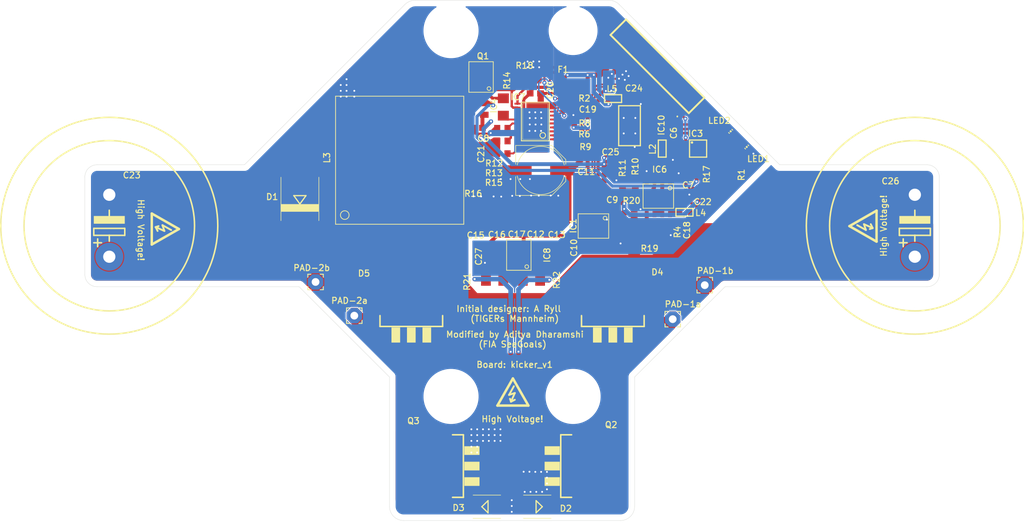
<source format=kicad_pcb>
(kicad_pcb (version 20241229) (generator "pcbnew") (generator_version "9.0")
  (layers (0 "F.Cu" signal) (2 "B.Cu" signal) (13 "F.Paste" user) (15 "B.Paste" user) (5 "F.SilkS" user "F.Silkscreen") (7 "B.SilkS" user "B.Silkscreen") (1 "F.Mask" user) (3 "B.Mask" user) (25 "Edge.Cuts" user))
  (net 0 "")
  (net 1 "KICK-NSS")
  (net 2 "KICK-SCK")
  (net 3 "KICK-MISO")
  (net 4 "KICK-MOSI")
  (net 5 "+3V3")
  (net 6 "GND")
  (net 7 "N$185")
  (net 8 "N$190")
  (net 9 "CAP")
  (net 10 "MAIN-3V3")
  (net 11 "N$191")
  (net 12 "+12V")
  (net 13 "KICK-CHG")
  (net 14 "KICK-DIS1")
  (net 15 "KICK-DIS2")
  (net 16 "KICK-DONE")
  (net 17 "DIS1")
  (net 18 "DIS2")
  (net 19 "MAIN-VCC")
  (net 20 "VCC")
  (net 21 "DIS1-OUT")
  (net 22 "DIS2-OUT")
  (net 23 "N$196")
  (net 24 "N$199")
  (net 25 "CAP-RAW")
  (net 26 "N$198")
  (net 27 "N$200")
  (net 28 "N$201")
  (net 29 "LOUT")
  (net 30 "VCAP")
  (net 31 "VDRAIN")
  (net 32 "CSP")
  (net 33 "N$208")
  (net 34 "N$209")
  (net 35 "N$210")
  (net 36 "N$211")
  (net 37 "N$212")
  (net 38 "N$213")
  (net 39 "N$214")
  (net 40 "N$216")
  (net 41 "N$218")
  (net 42 "DIS1C")
  (net 43 "DIS2C")
  (net 44 "N$1")
  (net 45 "N$2")
  (net 46 "N$3")
  (footprint "SOIC8N" (layer "F.Cu") (at 161.8361 99.5511 -90)
    (property "Reference" "IC1")
    (property "Value" "SI8620EC-B-IS")
  )
  (footprint "DF13C-12P-1.25V" (layer "F.Cu") (at 171.0436 74.62735 135)
    (property "Reference" "X1" (hide yes))
    (property "Value" "DF13-12P-1.25V" (hide yes))
  )
  (footprint "SOIC8N" (layer "F.Cu") (at 149.61235 104.3136 180)
    (property "Reference" "IC8")
    (property "Value" "FAN3229TMX")
  )
  (footprint "C0603_334" (layer "F.Cu") (at 142.8 83.45 180)
    (property "Reference" "C8")
    (property "Value" "100n")
  )
  (footprint "SMB_210" (layer "F.Cu") (at 144.3736 145.5886)
    (property "Reference" "D3")
    (property "Value" "SMBJ13CA")
  )
  (footprint "C0603_334" (layer "F.Cu") (at 173.45 100.1861 -90)
    (property "Reference" "C18")
    (property "Value" "100n")
  )
  (footprint "2,54_1,0" (layer "F.Cu") (at 174.825 114.825)
    (property "Reference" "PAD-1a")
    (property "Value" "")
  )
  (footprint "C1210_334" (layer "F.Cu") (at 155.4861 97.6461 90)
    (property "Reference" "C13")
    (property "Value" "10u")
  )
  (footprint "CHIP-LED0603_259" (layer "F.Cu") (at 184.425 84.125 45)
    (property "Reference" "LED2")
    (property "Value" "rd")
  )
  (footprint "SOT23" (layer "F.Cu") (at 142.85 80.35 90)
    (property "Reference" "IC4")
    (property "Value" "MCP9701A")
  )
  (footprint "C1210_334" (layer "F.Cu") (at 149.1361 97.6461 90)
    (property "Reference" "C17")
    (property "Value" "10u")
  )
  (footprint "R0603_334" (layer "F.Cu") (at 157.8 86.5)
    (property "Reference" "R9")
    (property "Value" "24k9")
  )
  (footprint "R0603_334" (layer "F.Cu") (at 171.3611 100.1861 90)
    (property "Reference" "R4")
    (property "Value" "1k")
  )
  (footprint "SOIC8N" (layer "F.Cu") (at 172.47235 94.62985 -90)
    (property "Reference" "IC6")
    (property "Value" "MCP6002")
  )
  (footprint "R0603_334" (layer "F.Cu") (at 184.35 91.15 -90)
    (property "Reference" "R1")
    (property "Value" "1k")
  )
  (footprint "R0603_334" (layer "F.Cu") (at 166.5986 92.8836 -90)
    (property "Reference" "R11")
    (property "Value" "10k")
  )
  (footprint "CHIP-LED0603_259" (layer "F.Cu") (at 186.85 86.475 -135)
    (property "Reference" "LED1")
    (property "Value" "gr")
  )
  (footprint "SMB_210" (layer "F.Cu") (at 152.6286 145.5886 180)
    (property "Reference" "D2")
    (property "Value" "SMBJ13CA")
  )
  (footprint "R0603_334" (layer "F.Cu") (at 146.9136 83.51735)
    (property "Reference" "R12")
    (property "Value" "1k")
  )
  (footprint "C0603_334" (layer "F.Cu") (at 157.7914 80.5)
    (property "Reference" "C19")
    (property "Value" "100n")
  )
  (footprint "DA2034-AL" (layer "F.Cu") (at 130.0861 88.7561 90)
    (property "Reference" "L3")
    (property "Value" "DA2034-AL")
  )
  (footprint "R1206_334" (layer "F.Cu") (at 151.6761 108.4411)
    (property "Reference" "R22")
    (property "Value" "10")
  )
  (footprint "R0603_334" (layer "F.Cu") (at 157.8 84.50485 180)
    (property "Reference" "R6")
    (property "Value" "133k")
  )
  (footprint "C0603_334" (layer "F.Cu") (at 165.3286 101.4561 -90)
    (property "Reference" "C10")
    (property "Value" "100n")
  )
  (footprint "C0603_334" (layer "F.Cu") (at 167.74875 87.54)
    (property "Reference" "C25")
    (property "Value" "10u")
  )
  (footprint "R0603_334" (layer "F.Cu") (at 146.9136 85.6 180)
    (property "Reference" "R13")
    (property "Value" "24k9")
  )
  (footprint "C0603_334" (layer "F.Cu") (at 165.3286 97.6461 -90)
    (property "Reference" "C9")
    (property "Value" "100n")
  )
  (footprint "C1210_334" (layer "F.Cu") (at 142.7861 97.6461 90)
    (property "Reference" "C15")
    (property "Value" "10u")
  )
  (footprint "EB35D_334" (layer "F.Cu") (at 82.5011 99.5036 90)
    (property "Reference" "C23")
    (property "Value" "1800u")
  )
  (footprint "C0603_334" (layer "F.Cu") (at 177.9 90.9 180)
    (property "Reference" "C7")
    (property "Value" "100n")
  )
  (footprint "C1210_334" (layer "F.Cu") (at 152.3111 97.6461 90)
    (property "Reference" "C12")
    (property "Value" "10u")
  )
  (footprint "TSSOP20P" (layer "F.Cu") (at 152.3111 82.4061 90)
    (property "Reference" "IC7")
    (property "Value" "LT3751FE")
  )
  (footprint "C0805_334" (layer "F.Cu") (at 141.67485 87.4861 90)
    (property "Reference" "C21")
    (property "Value" "DNP")
  )
  (footprint "SOT223" (layer "F.Cu") (at 167.74875 83.095 -90)
    (property "Reference" "IC10")
    (property "Value" "MCP1790")
  )
  (footprint "SOIC8N" (layer "F.Cu") (at 143.4211 75.1036 180)
    (property "Reference" "Q1")
    (property "Value" "FDS2582")
  )
  (footprint "C0603_334" (layer "F.Cu") (at 174.8536 86.8511 -90)
    (property "Reference" "C6")
    (property "Value" "100n")
  )
  (footprint "dummyfp1" (layer "F.Cu") (at 158.5011 67.5036)
    (property "Reference" "UNK_HOLE_1" (hide yes))
    (property "Value" "")
  )
  (footprint "D2PAK" (layer "F.Cu") (at 136.4361 138.9211 90)
    (property "Reference" "Q3")
    (property "Value" "IKB40N65ES5")
  )
  (footprint "L0603" (layer "F.Cu") (at 173.10735 86.8511 -90)
    (property "Reference" "L2")
    (property "Value" "120R")
  )
  (footprint "R1206_334" (layer "F.Cu") (at 150.7236 75.1036 180)
    (property "Reference" "R18")
    (property "Value" "0R008")
  )
  (footprint "C0603_334" (layer "F.Cu") (at 168.70125 78.65)
    (property "Reference" "C24")
    (property "Value" "10u")
  )
  (footprint "R1206_334" (layer "F.Cu") (at 147.07235 80.02485 90)
    (property "Reference" "R14")
    (property "Value" "0")
  )
  (footprint "R0603_334" (layer "F.Cu") (at 157.8 78.5 180)
    (property "Reference" "R2")
    (property "Value" "10k")
  )
  (footprint "C0603_334" (layer "F.Cu") (at 145.0086 104.6311 -90)
    (property "Reference" "C27")
    (property "Value" "100n")
  )
  (footprint "R0603_334" (layer "F.Cu") (at 182.15 91.15 -90)
    (property "Reference" "R17")
    (property "Value" "1k")
  )
  (footprint "L0603" (layer "F.Cu") (at 176.75 97.3)
    (property "Reference" "L4")
    (property "Value" "120R")
  )
  (footprint "R0603_334" (layer "F.Cu") (at 168.5036 97.6461 -90)
    (property "Reference" "R20")
    (property "Value" "133k")
  )
  (footprint "SMC_210" (layer "F.Cu") (at 113.73485 95.1061 90)
    (property "Reference" "D1")
    (property "Value" "ES3J")
  )
  (footprint "D2PAK" (layer "F.Cu") (at 131.9911 111.9336)
    (property "Reference" "D5")
    (property "Value" "MBRB40250TG")
  )
  (footprint "R0805_334" (layer "F.Cu") (at 141.67485 91.45485 -90)
    (property "Reference" "R16")
    (property "Value" "DNP")
  )
  (footprint "L0603" (layer "F.Cu") (at 165.05 78.65 180)
    (property "Reference" "L5")
    (property "Value" "120R")
  )
  (footprint "R0603_334" (layer "F.Cu") (at 168.7 92.8836 90)
    (property "Reference" "R10")
    (property "Value" "133k")
  )
  (footprint "C0603_334" (layer "F.Cu") (at 176.7 95.5)
    (property "Reference" "C22")
    (property "Value" "100n")
  )
  (footprint "D2PAK" (layer "F.Cu") (at 165.0111 111.9336)
    (property "Reference" "D4")
    (property "Value" "MBRB40250TG")
  )
  (footprint "EB35D_334" (layer "F.Cu") (at 214.5011 99.5036 90)
    (property "Reference" "C26")
    (property "Value" "1800u")
  )
  (footprint "dummyfp0" (layer "F.Cu") (at 138.5011 67.5036)
    (property "Reference" "UNK_HOLE_0" (hide yes))
    (property "Value" "")
  )
  (footprint "C1210_334" (layer "F.Cu") (at 145.9611 97.6461 90)
    (property "Reference" "C16")
    (property "Value" "10u")
  )
  (footprint "R0603_334" (layer "F.Cu") (at 157.7914 82.49515 180)
    (property "Reference" "R8")
    (property "Value" "133k")
  )
  (footprint "1206" (layer "F.Cu") (at 158.9786 74.7861 -90)
    (property "Reference" "F1")
    (property "Value" "8A slow")
  )
  (footprint "C0603_334" (layer "F.Cu") (at 152.3111 77.80235)
    (property "Reference" "C20")
    (property "Value" "10u")
  )
  (footprint "R1206_334" (layer "F.Cu") (at 145.6436 108.4411 180)
    (property "Reference" "R21")
    (property "Value" "10")
  )
  (footprint "2,54_1,0" (layer "F.Cu") (at 116.3 108.725)
    (property "Reference" "PAD-2b")
    (property "Value" "")
  )
  (footprint "MSOP8" (layer "F.Cu") (at 178.9811 86.8511 -90)
    (property "Reference" "IC3")
    (property "Value" "ADC122S051")
  )
  (footprint "R0603_334" (layer "F.Cu") (at 146.9 87.67765 180)
    (property "Reference" "R15")
    (property "Value" "10k")
  )
  (footprint "PANASONIC_F_334" (layer "F.Cu") (at 153.197843 90.436594)
    (property "Reference" "C11")
    (property "Value" "220u")
  )
  (footprint "D2PAK" (layer "F.Cu") (at 160.5661 138.9211 -90)
    (property "Reference" "Q2")
    (property "Value" "IKB40N65ES5")
  )
  (footprint "2,54_1,0" (layer "F.Cu") (at 180.075 109.25)
    (property "Reference" "PAD-1b")
    (property "Value" "")
  )
  (footprint "2,54_1,0" (layer "F.Cu") (at 122.65 114.25)
    (property "Reference" "PAD-2a")
    (property "Value" "")
  )
  (footprint "dummyfp2" (layer "F.Cu") (at 138.5011 127.5036)
    (property "Reference" "UNK_HOLE_2" (hide yes))
    (property "Value" "")
  )
  (footprint "dummyfp3" (layer "F.Cu") (at 158.5011 127.5036)
    (property "Reference" "UNK_HOLE_3" (hide yes))
    (property "Value" "")
  )
  (footprint "R1206_334" (layer "F.Cu") (at 168.5036 101.7736 -90)
    (property "Reference" "R19")
    (property "Value" "10M 0.5%")
  )
  (gr_line (start 206.4812 100.2025) (end 206.1637 99.25) (stroke (width 0.3048)) (layer "F.SilkS"))
  (gr_line (start 91.2113 99.4075) (end 91.5288 100.36) (stroke (width 0.3048)) (layer "F.SilkS"))
  (gr_line (start 206.1637 99.25) (end 207.5925 99.885) (stroke (width 0.3048)) (layer "F.SilkS"))
  (gr_line (start 91.5288 100.36) (end 90.1 99.725) (stroke (width 0.3048)) (layer "F.SilkS"))
  (gr_line (start 203.7825 99.5675) (end 208.2275 102.1075) (stroke (width 0.4064)) (layer "F.SilkS"))
  (gr_line (start 93.91 100.0425) (end 89.465 102.5825) (stroke (width 0.4064)) (layer "F.SilkS"))
  (gr_line (start 146.0986 128.997975) (end 151.1786 128.997975) (stroke (width 0.4064)) (layer "F.SilkS"))
  (gr_line (start 148.3211 128.362975) (end 148.1624 127.886775) (stroke (width 0.3048)) (layer "F.SilkS"))
  (gr_line (start 203.7825 99.5675) (end 208.2275 97.0275) (stroke (width 0.4064)) (layer "F.SilkS"))
  (gr_line (start 207.5925 99.885) (end 207.275 99.25) (stroke (width 0.3048)) (layer "F.SilkS"))
  (gr_line (start 148.6386 124.552975) (end 146.0986 128.997975) (stroke (width 0.4064)) (layer "F.SilkS"))
  (gr_line (start 90.1 99.725) (end 90.4175 100.36) (stroke (width 0.3048)) (layer "F.SilkS"))
  (gr_line (start 148.6386 124.552975) (end 151.1786 128.997975) (stroke (width 0.4064)) (layer "F.SilkS"))
  (gr_line (start 207.5925 99.885) (end 207.1163 100.0437) (stroke (width 0.3048)) (layer "F.SilkS"))
  (gr_line (start 148.3211 128.362975) (end 148.9561 128.045475) (stroke (width 0.3048)) (layer "F.SilkS"))
  (gr_line (start 148.9561 126.934175) (end 148.3211 128.362975) (stroke (width 0.3048)) (layer "F.SilkS"))
  (gr_line (start 93.91 100.0425) (end 89.465 97.5025) (stroke (width 0.4064)) (layer "F.SilkS"))
  (gr_line (start 148.0036 127.251675) (end 148.9561 126.934175) (stroke (width 0.3048)) (layer "F.SilkS"))
  (gr_line (start 148.7974 125.822975) (end 148.0036 127.251675) (stroke (width 0.3048)) (layer "F.SilkS"))
  (gr_line (start 205.0525 99.4087) (end 206.4812 100.2025) (stroke (width 0.3048)) (layer "F.SilkS"))
  (gr_line (start 89.465 97.5025) (end 89.465 102.5825) (stroke (width 0.4064)) (layer "F.SilkS"))
  (gr_line (start 92.64 100.2013) (end 91.2113 99.4075) (stroke (width 0.3048)) (layer "F.SilkS"))
  (gr_line (start 90.1 99.725) (end 90.5762 99.5663) (stroke (width 0.3048)) (layer "F.SilkS"))
  (gr_line (start 208.2275 102.1075) (end 208.2275 97.0275) (stroke (width 0.4064)) (layer "F.SilkS"))
  (gr_arc (start 168.5798 145.5036) (mid 167.936287 147.145578) (end 166.3202 147.8516) (stroke (width 0.05)) (layer "Edge.Cuts"))
  (gr_line (start 216.5011 109.5036) (end 183.4012 109.5036) (stroke (width 0.05)) (layer "Edge.Cuts"))
  (gr_line (start 192.3522 89.5036) (end 216.5 89.5036) (stroke (width 0.05)) (layer "Edge.Cuts"))
  (gr_line (start 130.906051 63.24755) (end 104.65 89.5) (stroke (width 0.05)) (layer "Edge.Cuts"))
  (gr_line (start 78.5011 91.5036) (end 78.5011 107.5036) (stroke (width 0.05)) (layer "Edge.Cuts"))
  (gr_line (start 132.702102 62.5036) (end 164.300098 62.5036) (stroke (width 0.05)) (layer "Edge.Cuts"))
  (gr_line (start 80.5011 109.5036) (end 113.601 109.5036) (stroke (width 0.05)) (layer "Edge.Cuts"))
  (gr_arc (start 164.300098 62.5036) (mid 165.272114 62.696946) (end 166.096149 63.247549) (stroke (width 0.05)) (layer "Edge.Cuts"))
  (gr_arc (start 216.5011 89.5036) (mid 217.915314 90.089386) (end 218.5011 91.5036) (stroke (width 0.05)) (layer "Edge.Cuts"))
  (gr_arc (start 130.906051 63.247549) (mid 131.730086 62.696947) (end 132.702102 62.5036) (stroke (width 0.05)) (layer "Edge.Cuts"))
  (gr_line (start 166.096149 63.247549) (end 192.3522 89.5036) (stroke (width 0.05)) (layer "Edge.Cuts"))
  (gr_line (start 183.4012 109.5036) (end 168.5798 124.325) (stroke (width 0.05)) (layer "Edge.Cuts"))
  (gr_line (start 128.4224 124.325) (end 128.421884 145.55) (stroke (width 0.05)) (layer "Edge.Cuts"))
  (gr_arc (start 80.5011 109.5036) (mid 79.086886 108.917814) (end 78.5011 107.5036) (stroke (width 0.05)) (layer "Edge.Cuts"))
  (gr_arc (start 78.5011 91.5036) (mid 79.086886 90.089386) (end 80.5011 89.5036) (stroke (width 0.05)) (layer "Edge.Cuts"))
  (gr_arc (start 218.5011 107.5036) (mid 217.915314 108.917814) (end 216.5011 109.5036) (stroke (width 0.05)) (layer "Edge.Cuts"))
  (gr_line (start 168.5798 124.325) (end 168.5798 145.5036) (stroke (width 0.05)) (layer "Edge.Cuts"))
  (gr_line (start 113.601 109.5036) (end 128.4224 124.325) (stroke (width 0.05)) (layer "Edge.Cuts"))
  (gr_line (start 218.5 91.5036) (end 218.5011 107.5036) (stroke (width 0.05)) (layer "Edge.Cuts"))
  (gr_line (start 130.72615 147.852016) (end 166.320149 147.8516) (stroke (width 0.05)) (layer "Edge.Cuts"))
  (gr_line (start 104.65 89.5036) (end 80.5011 89.5036) (stroke (width 0.05)) (layer "Edge.Cuts"))
  (gr_arc (start 130.726149 147.852016) (mid 129.096808 147.177161) (end 128.421884 145.547849) (stroke (width 0.05)) (layer "Edge.Cuts"))
  (gr_text "High Voltage!" (at 87.09 95.0513 270) (layer "F.SilkS") (effects (font (size 1 1) (thickness 0.17)) (justify left bottom)))
  (gr_text "Board: kicker_v1" (at 142.575 122.875 0) (layer "F.SilkS") (effects (font (size 1 1) (thickness 0.17)) (justify left bottom)))
  (gr_text "Initial designer: A Ryll \n   (TIGERs Mannheim)" (at 139.3 115.325 0) (layer "F.SilkS") (effects (font (size 1 1) (thickness 0.17)) (justify left bottom)))
  (gr_text "Modified by Aditya Dharamshi\n       (FIA SeeGoals)" (at 137.6 119.525 0) (layer "F.SilkS") (effects (font (size 1 1) (thickness 0.17)) (justify left bottom)))
  (gr_text "High Voltage!" (at 209.9812 104.6775 90) (layer "F.SilkS") (effects (font (size 1 1) (thickness 0.17)) (justify left bottom)))
  (gr_text "High Voltage!" (at 143.4 131.8 0) (layer "F.SilkS") (effects (font (size 1 1) (thickness 0.17)) (justify left bottom)))
  (segment (start 176.95 85.05) (end 176.95 85.8572) (width 0.508) (layer "F.Cu") (net 1))
  (segment (start 176.95 85.8572) (end 176.9311 85.8761) (width 0.381) (layer "F.Cu") (net 1))
  (segment (start 175.268563 80.318563) (end 176.9 81.95) (width 0.381) (layer "F.Cu") (net 1))
  (segment (start 175.268563 80.125105) (end 175.268563 80.318563) (width 0.381) (layer "F.Cu") (net 1))
  (via (at 176.95 85.05) (size 0.6858) (drill 0.3048) (layers "F.Cu" "B.Cu") (net 1))
  (via (at 176.9 81.95) (size 0.6858) (drill 0.3048) (layers "F.Cu" "B.Cu") (net 1))
  (segment (start 176.9 81.95) (end 176.9 85) (width 0.381) (layer "B.Cu") (net 1))
  (segment (start 176.9 85) (end 176.95 85.05) (width 0.381) (layer "B.Cu") (net 1))
  (segment (start 181.0086 85.8986) (end 181.0311 85.8761) (width 0.381) (layer "F.Cu") (net 2))
  (segment (start 174.384678 79.241222) (end 173.9011 79.7248) (width 0.381) (layer "F.Cu") (net 2))
  (segment (start 173.9011 80.8186) (end 175.9825 82.9) (width 0.381) (layer "F.Cu") (net 2))
  (segment (start 175.9825 82.9) (end 177.95 82.9) (width 0.381) (layer "F.Cu") (net 2))
  (segment (start 180.9486 85.8986) (end 181.0086 85.8986) (width 0.381) (layer "F.Cu") (net 2))
  (segment (start 177.95 82.9) (end 180.9486 85.8986) (width 0.381) (layer "F.Cu") (net 2))
  (segment (start 173.9011 79.7248) (end 173.9011 80.8186) (width 0.381) (layer "F.Cu") (net 2))
  (segment (start 172.95 80.82) (end 172.95 78.908134) (width 0.381) (layer "F.Cu") (net 3))
  (segment (start 181.0311 86.5261) (end 180.3761 86.5261) (width 0.381) (layer "F.Cu") (net 3))
  (segment (start 180.3761 86.5261) (end 177.5 83.65) (width 0.381) (layer "F.Cu") (net 3))
  (segment (start 172.95 78.908134) (end 173.500793 78.357341) (width 0.381) (layer "F.Cu") (net 3))
  (segment (start 177.5 83.65) (end 175.78 83.65) (width 0.381) (layer "F.Cu") (net 3))
  (segment (start 175.78 83.65) (end 172.95 80.82) (width 0.381) (layer "F.Cu") (net 3))
  (segment (start 175.5111 84.3111) (end 177.2111 84.3111) (width 0.381) (layer "F.Cu") (net 4))
  (segment (start 172.25 81.05) (end 175.5111 84.3111) (width 0.381) (layer "F.Cu") (net 4))
  (segment (start 177.2111 84.3111) (end 180.0686 87.1686) (width 0.381) (layer "F.Cu") (net 4))
  (segment (start 172.25 77.840369) (end 172.25 81.05) (width 0.381) (layer "F.Cu") (net 4))
  (segment (start 181.0236 87.1686) (end 181.0311 87.1761) (width 0.381) (layer "F.Cu") (net 4))
  (segment (start 172.3136 77.776769) (end 172.25 77.840369) (width 0.381) (layer "F.Cu") (net 4))
  (segment (start 180.0686 87.1686) (end 181.0236 87.1686) (width 0.381) (layer "F.Cu") (net 4))
  (segment (start 168.5036 92.0336) (end 168.65 91.8872) (width 0.635) (layer "F.Cu") (net 5))
  (segment (start 178.825 96.825) (end 178.35 97.3) (width 0.635) (layer "F.Cu") (net 5))
  (segment (start 166.875 99.0597) (end 165.3286 100.6061) (width 0.762) (layer "F.Cu") (net 5))
  (segment (start 173.10735 87.6131) (end 172.98035 87.4861) (width 0.4064) (layer "F.Cu") (net 5))
  (segment (start 178.85 95.6) (end 182.15 92.3) (width 0.635) (layer "F.Cu") (net 5))
  (segment (start 163.58235 89.3911) (end 164.02345 88.95) (width 0.508) (layer "F.Cu") (net 5))
  (segment (start 163.6 89.37345) (end 163.58235 89.3911) (width 0.4064) (layer "F.Cu") (net 5))
  (segment (start 166.875 95.925) (end 166.775 95.925) (width 0.762) (layer "F.Cu") (net 5))
  (segment (start 163.58235 89.43235) (end 163.58235 89.3911) (width 0.635) (layer "F.Cu") (net 5))
  (segment (start 168.65 91.8872) (end 168.65 90.95) (width 0.635) (layer "F.Cu") (net 5))
  (segment (start 168.2 90.5) (end 164.65 90.5) (width 0.635) (layer "F.Cu") (net 5))
  (segment (start 166.875 95.925) (end 166.875 99.0597) (width 0.762) (layer "F.Cu") (net 5))
  (segment (start 145.05 82.4) (end 144.1 83.35) (width 0.635) (layer "F.Cu") (net 5))
  (segment (start 178.35 97.3) (end 177.511999 97.3) (width 0.635) (layer "F.Cu") (net 5))
  (segment (start 166.7011 87.8036) (end 164.1464 87.8036) (width 0.508) (layer "F.Cu") (net 5))
  (segment (start 178.825 95.6) (end 178.825 96.825) (width 0.635) (layer "F.Cu") (net 5))
  (segment (start 164.65 90.5) (end 163.58235 89.43235) (width 0.635) (layer "F.Cu") (net 5))
  (segment (start 164.02345 88.95) (end 171.77045 88.95) (width 0.508) (layer "F.Cu") (net 5))
  (segment (start 163.7411 101.7839) (end 164.9189 100.6061) (width 0.762) (layer "F.Cu") (net 5))
  (segment (start 166.89875 85.9875) (end 166.31725 85.406) (width 0.635) (layer "F.Cu") (net 5))
  (segment (start 178.825 95.6) (end 178.85 95.6) (width 0.635) (layer "F.Cu") (net 5))
  (segment (start 164.9189 100.6061) (end 165.3286 100.6061) (width 0.762) (layer "F.Cu") (net 5))
  (segment (start 144.1 83.35) (end 143.65 83.35) (width 0.635) (layer "F.Cu") (net 5))
  (segment (start 166.775 95.925) (end 163.58235 92.73235) (width 0.762) (layer "F.Cu") (net 5))
  (segment (start 182.15 92.3) (end 182.15 92) (width 0.635) (layer "F.Cu") (net 5))
  (segment (start 182.15 92) (end 184.35 92) (width 0.635) (layer "F.Cu") (net 5))
  (segment (start 166.89875 87.54) (end 166.89875 85.9875) (width 0.635) (layer "F.Cu") (net 5))
  (segment (start 163.7411 102.2511) (end 163.7411 101.7839) (width 0.762) (layer "F.Cu") (net 5))
  (segment (start 143.65 83.35) (end 143.649999 81.25) (width 0.635) (layer "F.Cu") (net 5))
  (segment (start 166.31725 85.406) (end 164.64975 85.406) (width 0.635) (layer "F.Cu") (net 5))
  (segment (start 171.77045 88.95) (end 173.10735 87.6131) (width 0.508) (layer "F.Cu") (net 5))
  (segment (start 164.1464 87.8036) (end 163.58235 88.36765) (width 0.508) (layer "F.Cu") (net 5))
  (segment (start 163.58235 92.73235) (end 163.58235 89.3911) (width 0.762) (layer "F.Cu") (net 5))
  (segment (start 168.65 90.95) (end 168.2 90.5) (width 0.635) (layer "F.Cu") (net 5))
  (via (at 178.825 95.6) (size 0.6858) (drill 0.3048) (layers "F.Cu" "B.Cu") (net 5))
  (via (at 166.875 96.75) (size 0.6858) (drill 0.3048) (layers "F.Cu" "B.Cu") (net 5))
  (via (at 163.58235 88.36765) (size 0.6858) (drill 0.3048) (layers "F.Cu" "B.Cu") (net 5))
  (via (at 166.875 95.925) (size 0.6858) (drill 0.3048) (layers "F.Cu" "B.Cu") (net 5))
  (via (at 145.05 82.4) (size 0.6858) (drill 0.3048) (layers "F.Cu" "B.Cu") (net 5))
  (via (at 163.58235 89.3911) (size 0.6858) (drill 0.3048) (layers "F.Cu" "B.Cu") (net 5))
  (segment (start 148.475 89.4) (end 143.825 84.75) (width 0.635) (layer "B.Cu") (net 5))
  (segment (start 163.58235 89.4) (end 148.475 89.4) (width 0.635) (layer "B.Cu") (net 5))
  (segment (start 166.875 96.775) (end 167.8 97.7) (width 0.762) (layer "B.Cu") (net 5))
  (segment (start 163.58235 88.36765) (end 163.58235 89.3911) (width 0.508) (layer "B.Cu") (net 5))
  (segment (start 143.825 84.75) (end 143.825 83.575) (width 0.635) (layer "B.Cu") (net 5))
  (segment (start 178.775 95.6) (end 178.825 95.6) (width 0.762) (layer "B.Cu") (net 5))
  (segment (start 167.8 97.7) (end 176.675 97.7) (width 0.762) (layer "B.Cu") (net 5))
  (segment (start 163.58235 89.3911) (end 163.58235 89.4) (width 0.635) (layer "B.Cu") (net 5))
  (segment (start 166.875 95.925) (end 166.875 96.775) (width 0.762) (layer "B.Cu") (net 5))
  (segment (start 143.825 83.575) (end 145 82.4) (width 0.635) (layer "B.Cu") (net 5))
  (segment (start 166.875 95.925) (end 166.875 96.75) (width 0.762) (layer "B.Cu") (net 5))
  (segment (start 176.675 97.7) (end 178.775 95.6) (width 0.762) (layer "B.Cu") (net 5))
  (segment (start 145 82.4) (end 145.05 82.4) (width 0.635) (layer "B.Cu") (net 5))
  (segment (start 155.2289 84.0311) (end 154.4311 84.0311) (width 0.3048) (layer "F.Cu") (net 6))
  (segment (start 174.8536 88.6964) (end 174.8536 87.7011) (width 0.635) (layer "F.Cu") (net 6))
  (segment (start 154.4 82.75) (end 154.3 82.75) (width 0.3048) (layer "F.Cu") (net 6))
  (segment (start 188.05 87.675) (end 187.38033 87.00533) (width 0.635) (layer "F.Cu") (net 6))
  (segment (start 169.55 96.8) (end 169.5461 96.7961) (width 0.635) (layer "F.Cu") (net 6))
  (segment (start 169.59765 79.5364) (end 169.55125 79.49) (width 0.4064) (layer "F.Cu") (net 6))
  (segment (start 177.05 90.9) (end 175.8 90.9) (width 0.635) (layer "F.Cu") (net 6))
  (segment (start 155.2289 82.7311) (end 154.4189 82.7311) (width 0.3048) (layer "F.Cu") (net 6))
  (segment (start 160.625 103.5) (end 164.2372 103.5) (width 0.4064) (layer "F.Cu") (net 6))
  (segment (start 144.0561 105.5836) (end 144.761144 105.5836) (width 0.635) (layer "F.Cu") (net 6))
  (segment (start 158.6086 81.29485) (end 158.6086 78.1761) (width 0.508) (layer "F.Cu") (net 6))
  (segment (start 174.4114 101.1386) (end 173.3686 101.1386) (width 0.3048) (layer "F.Cu") (net 6))
  (segment (start 170.56735 90.56735) (end 170.55 90.55) (width 0.381) (layer "F.Cu") (net 6))
  (segment (start 165.3286 102.4086) (end 165.3286 102.3061) (width 0.4064) (layer "F.Cu") (net 6))
  (segment (start 154.4311 84.0311) (end 154.4 84) (width 0.3048) (layer "F.Cu") (net 6))
  (segment (start 154.59765 77.80235) (end 153.1611 77.80235) (width 0.508) (layer "F.Cu") (net 6))
  (segment (start 152.1456 75.1036) (end 151.9936 74.9516) (width 0.8128) (layer "F.Cu") (net 6))
  (segment (start 168.59875 86.5875) (end 168.59875 87.54) (width 0.4064) (layer "F.Cu") (net 6))
  (segment (start 166.2811 102.4086) (end 165.3286 102.4086) (width 0.635) (layer "F.Cu") (net 6))
  (segment (start 177.55 95.5) (end 177.55 94.4) (width 0.762) (layer "F.Cu") (net 6))
  (segment (start 154.6 77.8) (end 154.59765 77.80235) (width 0.508) (layer "F.Cu") (net 6))
  (segment (start 146.91235 106.2186) (end 145.6461 106.2186) (width 0.635) (layer "F.Cu") (net 6))
  (segment (start 142.863 84.55) (end 144.75 84.55) (width 0.635) (layer "F.Cu") (net 6))
  (segment (start 154.4189 82.7311) (end 154.4 82.75) (width 0.3048) (layer "F.Cu") (net 6))
  (segment (start 158.6086 78.1761) (end 157.8325 77.4) (width 0.508) (layer "F.Cu") (net 6))
  (segment (start 156.15 77.4) (end 155.75 77.8) (width 0.508) (layer "F.Cu") (net 6))
  (segment (start 144.75 84.55) (end 145 84.3) (width 0.635) (layer "F.Cu") (net 6))
  (segment (start 159.9311 102.8061) (end 160.625 103.5) (width 0.4064) (layer "F.Cu") (net 6))
  (segment (start 153.2 79.485) (end 153.2636 79.5486) (width 1.016) (layer "F.Cu") (net 6))
  (segment (start 176.9311 87.1761) (end 176.1739 87.1761) (width 0.4318) (layer "F.Cu") (net 6))
  (segment (start 175.6489 87.7011) (end 174.8536 87.7011) (width 0.4318) (layer "F.Cu") (net 6))
  (segment (start 141.95 83.637) (end 142.863 84.55) (width 0.635) (layer "F.Cu") (net 6))
  (segment (start 153.2 77.80485) (end 153.2 79.485) (width 1.016) (layer "F.Cu") (net 6))
  (segment (start 149.55485 90.3436) (end 149.647843 90.436594) (width 0.8128) (layer "F.Cu") (net 6))
  (segment (start 169.55125 79.49) (end 169.55125 78.65) (width 0.4064) (layer "F.Cu") (net 6))
  (segment (start 157.8325 77.4) (end 156.15 77.4) (width 0.508) (layer "F.Cu") (net 6))
  (segment (start 154.4 84) (end 154.2 84) (width 0.3048) (layer "F.Cu") (net 6))
  (segment (start 174.5 101.05) (end 174.4114 101.1386) (width 0.3048) (layer "F.Cu") (net 6))
  (segment (start 170.56735 91.92985) (end 170.56735 90.56735) (width 0.635) (layer "F.Cu") (net 6))
  (segment (start 164.2372 103.5) (end 165.3286 102.4086) (width 0.4064) (layer "F.Cu") (net 6))
  (segment (start 174.85 88.7) (end 174.8536 88.6964) (width 0.508) (layer "F.Cu") (net 6))
  (segment (start 176.1739 87.1761) (end 175.6489 87.7011) (width 0.4318) (layer "F.Cu") (net 6))
  (segment (start 141.45 80.3) (end 141.45 81.625) (width 0.635) (layer "F.Cu") (net 6))
  (segment (start 149.3933 78.2067) (end 152.1456 75.4544) (width 0.381) (layer "F.Cu") (net 6))
  (segment (start 165.3247 98.5) (end 165.3286 98.4961) (width 0.635) (layer "F.Cu") (net 6))
  (segment (start 165.6 92.05) (end 166.5822 92.05) (width 0.635) (layer "F.Cu") (net 6))
  (segment (start 169.5461 96.7961) (end 168.5036 96.7961) (width 0.635) (layer "F.Cu") (net 6))
  (segment (start 141.45 81.625) (end 141.95 82.125) (width 0.635) (layer "F.Cu") (net 6))
  (segment (start 149.3933 79.4811) (end 149.3933 78.2067) (width 0.381) (layer "F.Cu") (net 6))
  (segment (start 141.95 82.125) (end 141.95 83.637) (width 0.635) (layer "F.Cu") (net 6))
  (segment (start 159.9311 97.9311) (end 160.5 98.5) (width 0.635) (layer "F.Cu") (net 6))
  (segment (start 145.6461 106.2186) (end 145.0086 105.4811) (width 0.635) (layer "F.Cu") (net 6))
  (segment (start 159.9311 102.2511) (end 159.9311 102.8061) (width 0.4064) (layer "F.Cu") (net 6))
  (segment (start 168.59765 86.5864) (end 168.59875 86.5875) (width 0.4064) (layer "F.Cu") (net 6))
  (segment (start 145 84.3) (end 145.75 83.55) (width 0.635) (layer "F.Cu") (net 6))
  (segment (start 159.9311 96.8511) (end 159.9311 97.9311) (width 0.635) (layer "F.Cu") (net 6))
  (segment (start 153.41985 77.6436) (end 153.1611 77.80235) (width 0.508) (layer "F.Cu") (net 6))
  (segment (start 154.2 84) (end 154.25 84) (width 0.3048) (layer "F.Cu") (net 6))
  (segment (start 160.5 98.5) (end 165.3247 98.5) (width 0.635) (layer "F.Cu") (net 6))
  (segment (start 152.1456 75.4544) (end 152.1456 75.1036) (width 0.381) (layer "F.Cu") (net 6))
  (segment (start 153.1611 77.80235) (end 153.2 77.80485) (width 1.016) (layer "F.Cu") (net 6))
  (segment (start 155.75 77.8) (end 154.6 77.8) (width 0.508) (layer "F.Cu") (net 6))
  (segment (start 173.3686 101.1386) (end 173.2661 101.0361) (width 0.3048) (layer "F.Cu") (net 6))
  (segment (start 166.5822 92.05) (end 166.5986 92.0336) (width 0.635) (layer "F.Cu") (net 6))
  (via (at 156.075 94.575) (size 0.6858) (drill 0.3048) (layers "F.Cu" "B.Cu") (net 6))
  (via (at 166.6 74.725) (size 0.6858) (drill 0.3048) (layers "F.Cu" "B.Cu") (net 6))
  (via (at 169.59765 79.5364) (size 0.6858) (drill 0.3048) (layers "F.Cu" "B.Cu") (net 6))
  (via (at 151.35 83.95) (size 0.6858) (drill 0.3048) (layers "F.Cu" "B.Cu") (net 6))
  (via (at 166.79625 81.825) (size 0.6858) (drill 0.3048) (layers "F.Cu" "B.Cu") (net 6))
  (via (at 168.70125 81.825) (size 0.6858) (drill 0.3048) (layers "F.Cu" "B.Cu") (net 6))
  (via (at 142.7861 132.8886) (size 0.6858) (drill 0.3048) (layers "F.Cu" "B.Cu") (net 6))
  (via (at 145.6436 134.7936) (size 0.6858) (drill 0.3048) (layers "F.Cu" "B.Cu") (net 6))
  (via (at 143.7386 134.7936) (size 0.6858) (drill 0.3048) (layers "F.Cu" "B.Cu") (net 6))
  (via (at 145 84.3) (size 0.6858) (drill 0.3048) (layers "F.Cu" "B.Cu") (net 6))
  (via (at 144.6911 133.8411) (size 0.6858) (drill 0.3048) (layers "F.Cu" "B.Cu") (net 6))
  (via (at 151.0411 73.5161) (size 0.6858) (drill 0.3048) (layers "F.Cu" "B.Cu") (net 6))
  (via (at 150.567499 143.15) (size 0.6858) (drill 0.3048) (layers "F.Cu" "B.Cu") (net 6))
  (via (at 142.7861 133.8411) (size 0.6858) (drill 0.3048) (layers "F.Cu" "B.Cu") (net 6))
  (via (at 166.025 75.375) (size 0.6858) (drill 0.3048) (layers "F.Cu" "B.Cu") (net 6))
  (via (at 121.38 76.4225) (size 0.6858) (drill 0.3048) (layers "F.Cu" "B.Cu") (net 6))
  (via (at 142.7861 135.7461) (size 0.6858) (drill 0.3048) (layers "F.Cu" "B.Cu") (net 6))
  (via (at 174.5 101.05) (size 0.6858) (drill 0.3048) (layers "F.Cu" "B.Cu") (net 6))
  (via (at 175.8 90.9) (size 0.6858) (drill 0.3048) (layers "F.Cu" "B.Cu") (net 6))
  (via (at 169.55 96.8) (size 0.6858) (drill 0.3048) (layers "F.Cu" "B.Cu") (net 6))
  (via (at 151.35 80.9) (size 0.6858) (drill 0.3048) (layers "F.Cu" "B.Cu") (net 6))
  (via (at 142.7861 136.6986) (size 0.6858) (drill 0.3048) (layers "F.Cu" "B.Cu") (net 6))
  (via (at 146.725 94.725) (size 0.6858) (drill 0.3048) (layers "F.Cu" "B.Cu") (net 6))
  (via (at 148.525 94.6) (size 0.6858) (drill 0.3048) (layers "F.Cu" "B.Cu") (net 6))
  (via (at 122.65 78.3275) (size 0.6858) (drill 0.3048) (layers "F.Cu" "B.Cu") (net 6))
  (via (at 154.2161 142.7311) (size 0.6858) (drill 0.3048) (layers "F.Cu" "B.Cu") (net 6))
  (via (at 151.4 81.85) (size 0.6858) (drill 0.3048) (layers "F.Cu" "B.Cu") (net 6))
  (via (at 153.3 82.9) (size 0.6858) (drill 0.3048) (layers "F.Cu" "B.Cu") (net 6))
  (via (at 151.625 94.55) (size 0.6858) (drill 0.3048) (layers "F.Cu" "B.Cu") (net 6))
  (via (at 143.7386 133.8411) (size 0.6858) (drill 0.3048) (layers "F.Cu" "B.Cu") (net 6))
  (via (at 167.175 74.15) (size 0.6858) (drill 0.3048) (layers "F.Cu" "B.Cu") (net 6))
  (via (at 151.4 82.9) (size 0.6858) (drill 0.3048) (layers "F.Cu" "B.Cu") (net 6))
  (via (at 149.775 94.625) (size 0.6858) (drill 0.3048) (layers "F.Cu" "B.Cu") (net 6))
  (via (at 151.0411 72.5636) (size 0.6858) (drill 0.3048) (layers "F.Cu" "B.Cu") (net 6))
  (via (at 143.425 94.7) (size 0.6858) (drill 0.3048) (layers "F.Cu" "B.Cu") (net 6))
  (via (at 151.520001 143.15) (size 0.6858) (drill 0.3048) (layers "F.Cu" "B.Cu") (net 6))
  (via (at 146.5961 134.7936) (size 0.6858) (drill 0.3048) (layers "F.Cu" "B.Cu") (net 6))
  (via (at 154.825 94.55) (size 0.6858) (drill 0.3048) (layers "F.Cu" "B.Cu") (net 6))
  (via (at 143.7386 132.8886) (size 0.6858) (drill 0.3048) (layers "F.Cu" "B.Cu") (net 6))
  (via (at 152.3 83.95) (size 0.6858) (drill 0.3048) (layers "F.Cu" "B.Cu") (net 6))
  (via (at 141.8336 136.6986) (size 0.6858) (drill 0.3048) (layers "F.Cu" "B.Cu") (net 6))
  (via (at 152.3 80.9) (size 0.6858) (drill 0.3048) (layers "F.Cu" "B.Cu") (net 6))
  (via (at 149.8375 91.85) (size 0.6858) (drill 0.3048) (layers "F.Cu" "B.Cu") (net 6))
  (via (at 148.45 145.4725) (size 0.6858) (drill 0.3048) (layers "F.Cu" "B.Cu") (net 6))
  (via (at 158.55 81.35) (size 0.6858) (drill 0.3048) (layers "F.Cu" "B.Cu") (net 6))
  (via (at 141.8336 132.8886) (size 0.6858) (drill 0.3048) (layers "F.Cu" "B.Cu") (net 6))
  (via (at 144.0561 105.5836) (size 0.6858) (drill 0.3048) (layers "F.Cu" "B.Cu") (net 6))
  (via (at 166.79625 84.365) (size 0.6858) (drill 0.3048) (layers "F.Cu" "B.Cu") (net 6))
  (via (at 141.8336 134.7936) (size 0.6858) (drill 0.3048) (layers "F.Cu" "B.Cu") (net 6))
  (via (at 120.4275 77.375) (size 0.6858) (drill 0.3048) (layers "F.Cu" "B.Cu") (net 6))
  (via (at 166.975 75.575) (size 0.6858) (drill 0.3048) (layers "F.Cu" "B.Cu") (net 6))
  (via (at 121.38 75.47) (size 0.6858) (drill 0.3048) (layers "F.Cu" "B.Cu") (net 6))
  (via (at 145.475 94.7) (size 0.6858) (drill 0.3048) (layers "F.Cu" "B.Cu") (net 6))
  (via (at 146.5961 132.8886) (size 0.6858) (drill 0.3048) (layers "F.Cu" "B.Cu") (net 6))
  (via (at 145.6436 132.8886) (size 0.6858) (drill 0.3048) (layers "F.Cu" "B.Cu") (net 6))
  (via (at 167.6 74.95) (size 0.6858) (drill 0.3048) (layers "F.Cu" "B.Cu") (net 6))
  (via (at 144.6911 132.8886) (size 0.6858) (drill 0.3048) (layers "F.Cu" "B.Cu") (net 6))
  (via (at 168.70125 84.365) (size 0.6858) (drill 0.3048) (layers "F.Cu" "B.Cu") (net 6))
  (via (at 168.59765 86.5864) (size 0.6858) (drill 0.3048) (layers "F.Cu" "B.Cu") (net 6))
  (via (at 145.6436 133.8411) (size 0.6858) (drill 0.3048) (layers "F.Cu" "B.Cu") (net 6))
  (via (at 120.4275 78.3275) (size 0.6858) (drill 0.3048) (layers "F.Cu" "B.Cu") (net 6))
  (via (at 177.55 94.4) (size 0.6858) (drill 0.3048) (layers "F.Cu" "B.Cu") (net 6))
  (via (at 120.4275 76.4225) (size 0.6858) (drill 0.3048) (layers "F.Cu" "B.Cu") (net 6))
  (via (at 153.2636 139.8736) (size 0.6858) (drill 0.3048) (layers "F.Cu" "B.Cu") (net 6))
  (via (at 152.35 81.85) (size 0.6858) (drill 0.3048) (layers "F.Cu" "B.Cu") (net 6))
  (via (at 153.3 81.85) (size 0.6858) (drill 0.3048) (layers "F.Cu" "B.Cu") (net 6))
  (via (at 152.9461 72.5636) (size 0.6858) (drill 0.3048) (layers "F.Cu" "B.Cu") (net 6))
  (via (at 148.45 146.425) (size 0.6858) (drill 0.3048) (layers "F.Cu" "B.Cu") (net 6))
  (via (at 152.9461 73.5161) (size 0.6858) (drill 0.3048) (layers "F.Cu" "B.Cu") (net 6))
  (via (at 148.45 144.52) (size 0.6858) (drill 0.3048) (layers "F.Cu" "B.Cu") (net 6))
  (via (at 146.6625 91.85) (size 0.6858) (drill 0.3048) (layers "F.Cu" "B.Cu") (net 6))
  (via (at 121.38 77.375) (size 0.6858) (drill 0.3048) (layers "F.Cu" "B.Cu") (net 6))
  (via (at 151.9936 72.5636) (size 0.6858) (drill 0.3048) (layers "F.Cu" "B.Cu") (net 6))
  (via (at 164.05 98.5) (size 0.6858) (drill 0.3048) (layers "F.Cu" "B.Cu") (net 6))
  (via (at 165.6 92.05) (size 0.6858) (drill 0.3048) (layers "F.Cu" "B.Cu") (net 6))
  (via (at 144.6911 134.7936) (size 0.6858) (drill 0.3048) (layers "F.Cu" "B.Cu") (net 6))
  (via (at 141.8336 135.7461) (size 0.6858) (drill 0.3048) (layers "F.Cu" "B.Cu") (net 6))
  (via (at 153.25 83.95) (size 0.6858) (drill 0.3048) (layers "F.Cu" "B.Cu") (net 6))
  (via (at 152.3111 139.8736) (size 0.6858) (drill 0.3048) (layers "F.Cu" "B.Cu") (net 6))
  (via (at 122.65 77.375) (size 0.6858) (drill 0.3048) (layers "F.Cu" "B.Cu") (net 6))
  (via (at 142.7861 134.7936) (size 0.6858) (drill 0.3048) (layers "F.Cu" "B.Cu") (net 6))
  (via (at 154.2161 139.8736) (size 0.6858) (drill 0.3048) (layers "F.Cu" "B.Cu") (net 6))
  (via (at 150.3975 139.85) (size 0.6858) (drill 0.3048) (layers "F.Cu" "B.Cu") (net 6))
  (via (at 154.2161 140.8261) (size 0.6858) (drill 0.3048) (layers "F.Cu" "B.Cu") (net 6))
  (via (at 153.25 80.9) (size 0.6858) (drill 0.3048) (layers "F.Cu" "B.Cu") (net 6))
  (via (at 152.875 94.575) (size 0.6858) (drill 0.3048) (layers "F.Cu" "B.Cu") (net 6))
  (via (at 151.9936 73.5161) (size 0.6858) (drill 0.3048) (layers "F.Cu" "B.Cu") (net 6))
  (via (at 121.38 78.3275) (size 0.6858) (drill 0.3048) (layers "F.Cu" "B.Cu") (net 6))
  (via (at 152.4725 143.15) (size 0.6858) (drill 0.3048) (layers "F.Cu" "B.Cu") (net 6))
  (via (at 152.35 82.9) (size 0.6858) (drill 0.3048) (layers "F.Cu" "B.Cu") (net 6))
  (via (at 153.425 143.15) (size 0.6858) (drill 0.3048) (layers "F.Cu" "B.Cu") (net 6))
  (via (at 148.25 91.85) (size 0.6858) (drill 0.3048) (layers "F.Cu" "B.Cu") (net 6))
  (via (at 151.425 91.85) (size 0.6858) (drill 0.3048) (layers "F.Cu" "B.Cu") (net 6))
  (via (at 174.85 88.7) (size 0.6858) (drill 0.3048) (layers "F.Cu" "B.Cu") (net 6))
  (via (at 170.55 90.55) (size 0.6858) (drill 0.3048) (layers "F.Cu" "B.Cu") (net 6))
  (via (at 154.2161 141.7786) (size 0.6858) (drill 0.3048) (layers "F.Cu" "B.Cu") (net 6))
  (via (at 151.35 139.85) (size 0.6858) (drill 0.3048) (layers "F.Cu" "B.Cu") (net 6))
  (via (at 166.2811 102.4086) (size 0.6858) (drill 0.3048) (layers "F.Cu" "B.Cu") (net 6))
  (via (at 141.8336 133.8411) (size 0.6858) (drill 0.3048) (layers "F.Cu" "B.Cu") (net 6))
  (via (at 146.5961 133.8411) (size 0.6858) (drill 0.3048) (layers "F.Cu" "B.Cu") (net 6))
  (via (at 188.05 87.675) (size 0.6858) (drill 0.3048) (layers "F.Cu" "B.Cu") (net 6))
  (via (at 142.175 94.675) (size 0.6858) (drill 0.3048) (layers "F.Cu" "B.Cu") (net 6))
  (arc (start 144.761144 105.5836) (mid 144.895066 105.556961) (end 145.0086 105.4811) (width 0.4064) (layer "F.Cu") (net 6))
  (segment (start 151 84.3) (end 145 84.3) (width 1.016) (layer "B.Cu") (net 6))
  (segment (start 151.35 83.95) (end 151 84.3) (width 0.635) (layer "B.Cu") (net 6))
  (segment (start 173.11825 86.1) (end 173.10735 86.0891) (width 0.762) (layer "F.Cu") (net 7))
  (segment (start 176.9311 86.5261) (end 176.1761 86.5261) (width 0.4318) (layer "F.Cu") (net 7))
  (segment (start 176.1761 86.5261) (end 175.6511 86.0011) (width 0.4318) (layer "F.Cu") (net 7))
  (segment (start 175.6511 86.0011) (end 174.8536 86.0011) (width 0.4318) (layer "F.Cu") (net 7))
  (segment (start 174.8536 86.0011) (end 174.7547 86.1) (width 0.762) (layer "F.Cu") (net 7))
  (segment (start 174.7547 86.1) (end 173.11825 86.1) (width 0.762) (layer "F.Cu") (net 7))
  (segment (start 173.314496 85.881954) (end 173.10735 86.0891) (width 0.3048) (layer "F.Cu") (net 7))
  (segment (start 178.75 90.9) (end 178.75 89) (width 0.4318) (layer "F.Cu") (net 8))
  (segment (start 178.75 89) (end 179.9239 87.8261) (width 0.4318) (layer "F.Cu") (net 8))
  (segment (start 145.4 79.75) (end 145 79.35) (width 0.635) (layer "F.Cu") (net 8))
  (segment (start 178.700735 92.25) (end 178.75 92.200735) (width 0.635) (layer "F.Cu") (net 8))
  (segment (start 178.75 92.200735) (end 178.75 90.9) (width 0.635) (layer "F.Cu") (net 8))
  (segment (start 145 79.35) (end 143.649999 79.35) (width 0.635) (layer "F.Cu") (net 8))
  (segment (start 179.9239 87.8261) (end 181.0311 87.8261) (width 0.4318) (layer "F.Cu") (net 8))
  (via (at 145.4 79.75) (size 0.6858) (drill 0.3048) (layers "F.Cu" "B.Cu") (net 8))
  (via (at 178.700735 92.25) (size 0.6858) (drill 0.3048) (layers "F.Cu" "B.Cu") (net 8))
  (segment (start 144.6 79.75) (end 142.75 81.6) (width 0.508) (layer "B.Cu") (net 8))
  (segment (start 145.4 79.75) (end 144.6 79.75) (width 0.508) (layer "B.Cu") (net 8))
  (segment (start 148.175 90.425) (end 162.35 90.425) (width 0.508) (layer "B.Cu") (net 8))
  (segment (start 142.75 85) (end 148.175 90.425) (width 0.508) (layer "B.Cu") (net 8))
  (segment (start 177.950735 93) (end 178.700735 92.25) (width 0.508) (layer "B.Cu") (net 8))
  (segment (start 164.925 93) (end 177.950735 93) (width 0.508) (layer "B.Cu") (net 8))
  (segment (start 162.35 90.425) (end 164.925 93) (width 0.508) (layer "B.Cu") (net 8))
  (segment (start 142.75 81.6) (end 142.75 85) (width 0.508) (layer "B.Cu") (net 8))
  (segment (start 176.9311 89.2689) (end 176.9311 88.1) (width 0.635) (layer "F.Cu") (net 9))
  (segment (start 173.10735 90.64265) (end 173.75 90) (width 0.635) (layer "F.Cu") (net 9))
  (segment (start 173.10735 97.32985) (end 173.10735 90.64265) (width 0.635) (layer "F.Cu") (net 9))
  (segment (start 176.9086 87.8036) (end 176.9311 87.8261) (width 0.4064) (layer "F.Cu") (net 9))
  (segment (start 171.83735 97.32985) (end 173.10735 97.32985) (width 0.635) (layer "F.Cu") (net 9))
  (segment (start 176.2 90) (end 176.9311 89.2689) (width 0.635) (layer "F.Cu") (net 9))
  (segment (start 173.75 90) (end 176.2 90) (width 0.635) (layer "F.Cu") (net 9))
  (segment (start 165.3286 96.7961) (end 163.7961 96.7961) (width 1.016) (layer "F.Cu") (net 10))
  (segment (start 163.525 77.4) (end 162.6 78.325) (width 0.508) (layer "F.Cu") (net 10))
  (segment (start 165.35 74.15) (end 165.35 74.1297) (width 0.8382) (layer "F.Cu") (net 10))
  (segment (start 164.275 75.225) (end 165.35 74.15) (width 0.8382) (layer "F.Cu") (net 10))
  (segment (start 162.6 78.325) (end 162.6 93.05) (width 0.508) (layer "F.Cu") (net 10))
  (segment (start 165.3286 95.7786) (end 165.3286 96.7961) (width 0.508) (layer "F.Cu") (net 10))
  (segment (start 162.6 93.05) (end 165.3286 95.7786) (width 0.508) (layer "F.Cu") (net 10))
  (segment (start 164.75 77.35) (end 164.7 77.4) (width 0.508) (layer "F.Cu") (net 10))
  (segment (start 166.5986 72.8811) (end 166.602665 72.8811) (width 0.8382) (layer "F.Cu") (net 10))
  (segment (start 165.35 74.1297) (end 166.5986 72.8811) (width 0.8382) (layer "F.Cu") (net 10))
  (segment (start 163.7961 96.7961) (end 163.7411 96.8511) (width 0.4064) (layer "F.Cu") (net 10))
  (segment (start 164.7 77.4) (end 163.525 77.4) (width 0.508) (layer "F.Cu") (net 10))
  (segment (start 166.602665 72.8811) (end 167.313609 72.170157) (width 0.8382) (layer "F.Cu") (net 10))
  (via (at 164.75 77.35) (size 0.6858) (drill 0.3048) (layers "F.Cu" "B.Cu") (net 10))
  (via (at 164.85 74.6) (size 0.6858) (drill 0.3048) (layers "F.Cu" "B.Cu") (net 10))
  (via (at 163.875 77.4) (size 0.6858) (drill 0.3048) (layers "F.Cu" "B.Cu") (net 10))
  (via (at 164.275 75.225) (size 0.6858) (drill 0.3048) (layers "F.Cu" "B.Cu") (net 10))
  (segment (start 186.24467 85.94467) (end 186.31967 85.94467) (width 0.381) (layer "F.Cu") (net 11))
  (segment (start 184.35 87.83934) (end 186.24467 85.94467) (width 0.381) (layer "F.Cu") (net 11))
  (segment (start 184.35 90.3) (end 184.35 87.83934) (width 0.381) (layer "F.Cu") (net 11))
  (segment (start 150.4061 80.8186) (end 150.4061 78.75735) (width 0.508) (layer "F.Cu") (net 12))
  (segment (start 152.15 76.8) (end 151.485 77.465) (width 0.508) (layer "F.Cu") (net 12))
  (segment (start 150.9639 105.760092) (end 150.9639 105.7639) (width 0.635) (layer "F.Cu") (net 12))
  (segment (start 160.8836 74.7861) (end 162.929898 74.7861) (width 0.8382) (layer "F.Cu") (net 12))
  (segment (start 150.4 101.1386) (end 150.4 102.24125) (width 0.635) (layer "F.Cu") (net 12))
  (segment (start 150.4 102.24125) (end 150.4 102.625) (width 0.635) (layer "F.Cu") (net 12))
  (segment (start 157.4614 101.1386) (end 150.4 101.1386) (width 0.635) (layer "F.Cu") (net 12))
  (segment (start 160.8836 74.7861) (end 160.8836 90.8664) (width 0.635) (layer "F.Cu") (net 12))
  (segment (start 150.9639 105.7639) (end 151.4186 106.2186) (width 0.635) (layer "F.Cu") (net 12))
  (segment (start 155.55 76.8) (end 152.15 76.8) (width 0.508) (layer "F.Cu") (net 12))
  (segment (start 146.91235 103.6786) (end 146.53645 103.6811) (width 0.4064) (layer "F.Cu") (net 12))
  (segment (start 150.3886 101.15) (end 146 101.15) (width 0.635) (layer "F.Cu") (net 12))
  (segment (start 164.3 79.55) (end 164.25625 79.50625) (width 0.762) (layer "F.Cu") (net 12))
  (segment (start 151.485 77.465) (end 151.485 77.765) (width 0.508) (layer "F.Cu") (net 12))
  (segment (start 158.6 83.4) (end 158.6 82.35) (width 0.762) (layer "F.Cu") (net 12))
  (segment (start 146 101.15) (end 145.0086 102.1414) (width 0.635) (layer "F.Cu") (net 12))
  (segment (start 157.5639 74.7861) (end 155.55 76.8) (width 0.508) (layer "F.Cu") (net 12))
  (segment (start 151.4536 103.6786) (end 151.83735 103.6786) (width 0.635) (layer "F.Cu") (net 12))
  (segment (start 157.6 74.7861) (end 157.5639 74.7861) (width 0.508) (layer "F.Cu") (net 12))
  (segment (start 150.4 102.625) (end 151.4536 103.6786) (width 0.635) (layer "F.Cu") (net 12))
  (segment (start 150.14 81.4311) (end 150.4061 81.165) (width 0.381) (layer "F.Cu") (net 12))
  (segment (start 145.1111 103.6786) (end 145.0086 103.7811) (width 0.4064) (layer "F.Cu") (net 12))
  (segment (start 150.4 101.1386) (end 150.3886 101.15) (width 0.635) (layer "F.Cu") (net 12))
  (segment (start 150.4 105.196192) (end 150.9639 105.760092) (width 0.635) (layer "F.Cu") (net 12))
  (segment (start 149.3933 80.7811) (end 150.3686 80.7811) (width 0.381) (layer "F.Cu") (net 12))
  (segment (start 151.4186 106.2186) (end 151.83735 106.2186) (width 0.635) (layer "F.Cu") (net 12))
  (segment (start 164.25625 79.50625) (end 164.25625 78.61825) (width 0.762) (layer "F.Cu") (net 12))
  (segment (start 150.3686 80.7811) (end 150.4061 80.8186) (width 0.3048) (layer "F.Cu") (net 12))
  (segment (start 164.25625 78.61825) (end 164.288 78.65) (width 0.4064) (layer "F.Cu") (net 12))
  (segment (start 150.4061 81.165) (end 150.4061 80.8186) (width 0.381) (layer "F.Cu") (net 12))
  (segment (start 151.485 77.765) (end 151.4611 77.80235) (width 0.508) (layer "F.Cu") (net 12))
  (segment (start 150.4 102.24125) (end 150.4 105.196192) (width 0.635) (layer "F.Cu") (net 12))
  (segment (start 166.429726 71.286272) (end 166.429728 71.286272) (width 0.8382) (layer "F.Cu") (net 12))
  (segment (start 151.83735 103.6786) (end 152.31235 103.6786) (width 0.635) (layer "F.Cu") (net 12))
  (segment (start 162.929898 74.7861) (end 166.429726 71.286272) (width 0.8382) (layer "F.Cu") (net 12))
  (segment (start 149.3933 81.4311) (end 150.14 81.4311) (width 0.381) (layer "F.Cu") (net 12))
  (segment (start 150.4061 78.75735) (end 151.4611 77.80235) (width 0.508) (layer "F.Cu") (net 12))
  (segment (start 151.83735 106.2186) (end 152.31235 106.2186) (width 0.635) (layer "F.Cu") (net 12))
  (segment (start 146.91235 103.6786) (end 145.1111 103.6786) (width 0.635) (layer "F.Cu") (net 12))
  (segment (start 160.8836 90.8664) (end 159.05 92.7) (width 0.635) (layer "F.Cu") (net 12))
  (segment (start 145.0086 102.1414) (end 145.0086 103.7811) (width 0.635) (layer "F.Cu") (net 12))
  (segment (start 159.05 99.55) (end 157.4614 101.1386) (width 0.635) (layer "F.Cu") (net 12))
  (segment (start 159.05 92.7) (end 159.05 99.55) (width 0.635) (layer "F.Cu") (net 12))
  (via (at 160.8836 74.7861) (size 0.6858) (drill 0.3048) (layers "F.Cu" "B.Cu") (net 12))
  (via (at 157.6 74.7861) (size 0.6858) (drill 0.3048) (layers "F.Cu" "B.Cu") (net 12))
  (via (at 161.9 74.775) (size 0.6858) (drill 0.3048) (layers "F.Cu" "B.Cu") (net 12))
  (via (at 164.3 79.55) (size 0.6858) (drill 0.3048) (layers "F.Cu" "B.Cu") (net 12))
  (via (at 158.6 83.4) (size 0.6858) (drill 0.3048) (layers "F.Cu" "B.Cu") (net 12))
  (via (at 160.8836 82.3) (size 0.6858) (drill 0.3048) (layers "F.Cu" "B.Cu") (net 12))
  (via (at 160.8836 83.2) (size 0.6858) (drill 0.3048) (layers "F.Cu" "B.Cu") (net 12))
  (segment (start 161.875 77.625) (end 161.875 74.8222) (width 0.762) (layer "B.Cu") (net 12))
  (segment (start 161.9111 74.7861) (end 160.8836 74.7861) (width 0.762) (layer "B.Cu") (net 12))
  (segment (start 164.3 79.55) (end 163.8 79.55) (width 0.762) (layer "B.Cu") (net 12))
  (segment (start 160.8336 82.35) (end 160.8836 82.3) (width 0.762) (layer "B.Cu") (net 12))
  (segment (start 163.8 79.55) (end 161.875 77.625) (width 0.762) (layer "B.Cu") (net 12))
  (segment (start 158.6082 83.4) (end 160.8918 83.4) (width 0.762) (layer "B.Cu") (net 12))
  (segment (start 160.8836 74.7861) (end 157.6 74.7861) (width 0.762) (layer "B.Cu") (net 12))
  (segment (start 161.875 74.8222) (end 161.9111 74.7861) (width 0.762) (layer "B.Cu") (net 12))
  (segment (start 160.8836 83.2) (end 160.8836 82.3) (width 0.762) (layer "B.Cu") (net 12))
  (segment (start 157.280401 71.775) (end 157.286202 71.7692) (width 0.3048) (layer "F.Cu") (net 13))
  (segment (start 157.075 71.775) (end 157.280401 71.775) (width 0.3048) (layer "F.Cu") (net 13))
  (segment (start 166.43985 68.59485) (end 172.75 74.905) (width 0.3048) (layer "F.Cu") (net 13))
  (segment (start 156.05 80.6) (end 155.8689 80.7811) (width 0.254) (layer "F.Cu") (net 13))
  (segment (start 155.8 78.65) (end 155.75 78.7) (width 0.254) (layer "F.Cu") (net 13))
  (segment (start 153.8 76.0531) (end 153.8 75.05) (width 0.3048) (layer "F.Cu") (net 13))
  (segment (start 161.6808 71.7692) (end 164.85515 68.59485) (width 0.3048) (layer "F.Cu") (net 13))
  (segment (start 155.8689 80.7811) (end 155.2289 80.7811) (width 0.254) (layer "F.Cu") (net 13))
  (segment (start 164.85515 68.59485) (end 166.43985 68.59485) (width 0.3048) (layer "F.Cu") (net 13))
  (segment (start 172.75 74.905) (end 172.75 75.5726) (width 0.3048) (layer "F.Cu") (net 13))
  (segment (start 156.43625 78.65) (end 155.8 78.65) (width 0.254) (layer "F.Cu") (net 13))
  (segment (start 156.62765 79.07235) (end 156.05 79.65) (width 0.254) (layer "F.Cu") (net 13))
  (segment (start 153.8 75.05) (end 157.075 71.775) (width 0.3048) (layer "F.Cu") (net 13))
  (segment (start 156.95 78.75) (end 156.95 78.5) (width 0.381) (layer "F.Cu") (net 13))
  (segment (start 157.286202 71.7692) (end 161.6808 71.7692) (width 0.3048) (layer "F.Cu") (net 13))
  (segment (start 172.75 75.5726) (end 171.733028 76.589572) (width 0.3048) (layer "F.Cu") (net 13))
  (segment (start 156.62765 79.07235) (end 156.95 78.75) (width 0.381) (layer "F.Cu") (net 13))
  (segment (start 156.05 79.65) (end 156.05 80.6) (width 0.254) (layer "F.Cu") (net 13))
  (via (at 153.8 76.0531) (size 0.6858) (drill 0.3048) (layers "F.Cu" "B.Cu") (net 13))
  (via (at 155.55 78.65) (size 0.6858) (drill 0.3048) (layers "F.Cu" "B.Cu") (net 13))
  (segment (start 153.8 76.0531) (end 153.8 76.9) (width 0.3048) (layer "B.Cu") (net 13))
  (segment (start 153.8 76.9) (end 155.55 78.65) (width 0.3048) (layer "B.Cu") (net 13))
  (segment (start 162.747756 76.725) (end 162.05 77.422756) (width 0.254) (layer "F.Cu") (net 14))
  (segment (start 162.05 77.422756) (end 162.05 95.825) (width 0.254) (layer "F.Cu") (net 14))
  (segment (start 162.4711 96.2461) (end 162.4711 96.8511) (width 0.254) (layer "F.Cu") (net 14))
  (segment (start 169.829834 76.725) (end 162.747756 76.725) (width 0.254) (layer "F.Cu") (net 14))
  (segment (start 170.849143 75.705691) (end 169.829834 76.725) (width 0.254) (layer "F.Cu") (net 14))
  (segment (start 162.05 95.825) (end 162.4711 96.2461) (width 0.254) (layer "F.Cu") (net 14))
  (segment (start 168.467066 76.32) (end 162.579999 76.320001) (width 0.254) (layer "F.Cu") (net 15))
  (segment (start 161.645 95.855) (end 161.2011 96.2989) (width 0.254) (layer "F.Cu") (net 15))
  (segment (start 161.645 77.255) (end 161.645 95.855) (width 0.254) (layer "F.Cu") (net 15))
  (segment (start 169.965259 74.821807) (end 168.467066 76.32) (width 0.254) (layer "F.Cu") (net 15))
  (segment (start 161.2011 96.2989) (end 161.2011 96.8511) (width 0.254) (layer "F.Cu") (net 15))
  (segment (start 162.579999 76.320001) (end 161.645 77.255) (width 0.254) (layer "F.Cu") (net 15))
  (segment (start 156.0103 81.4311) (end 156.9414 80.5) (width 0.3048) (layer "F.Cu") (net 16))
  (segment (start 157.05 81.452248) (end 157.05 81.4172) (width 0.381) (layer "F.Cu") (net 16))
  (segment (start 154.7 75) (end 157.475 72.225) (width 0.3048) (layer "F.Cu") (net 16))
  (segment (start 162.075 72.225) (end 165.2289 69.0711) (width 0.3048) (layer "F.Cu") (net 16))
  (segment (start 157.475 72.225) (end 162.075 72.225) (width 0.3048) (layer "F.Cu") (net 16))
  (segment (start 166.2211 69.0711) (end 169.4561 72.3061) (width 0.3048) (layer "F.Cu") (net 16))
  (segment (start 154.706371 76.053101) (end 154.7 76.04673) (width 0.3048) (layer "F.Cu") (net 16))
  (segment (start 169.081378 73.937922) (end 169.034278 73.937922) (width 0.3048) (layer "F.Cu") (net 16))
  (segment (start 155.2289 81.4311) (end 156.0103 81.4311) (width 0.3048) (layer "F.Cu") (net 16))
  (segment (start 169.4561 72.3061) (end 169.4561 73.5632) (width 0.3048) (layer "F.Cu") (net 16))
  (segment (start 165.2289 69.0711) (end 166.2211 69.0711) (width 0.3048) (layer "F.Cu") (net 16))
  (segment (start 156.9414 81.3086) (end 156.9414 80.5) (width 0.381) (layer "F.Cu") (net 16))
  (segment (start 154.7 76.04673) (end 154.7 75) (width 0.3048) (layer "F.Cu") (net 16))
  (segment (start 157.05 81.4172) (end 156.9414 81.3086) (width 0.381) (layer "F.Cu") (net 16))
  (segment (start 169.4561 73.5632) (end 169.081378 73.937922) (width 0.3048) (layer "F.Cu") (net 16))
  (via (at 154.706371 76.053101) (size 0.6858) (drill 0.3048) (layers "F.Cu" "B.Cu") (net 16))
  (via (at 157.05 81.452248) (size 0.6858) (drill 0.3048) (layers "F.Cu" "B.Cu") (net 16))
  (segment (start 154.706371 76.053101) (end 154.90792 76.053101) (width 0.3048) (layer "B.Cu") (net 16))
  (segment (start 152.875 77.277248) (end 152.875 76.100014) (width 0.254) (layer "B.Cu") (net 16))
  (segment (start 152.875 76.100014) (end 153.542814 75.4322) (width 0.254) (layer "B.Cu") (net 16))
  (segment (start 157.05 81.452248) (end 152.875 77.277248) (width 0.254) (layer "B.Cu") (net 16))
  (segment (start 153.542814 75.4322) (end 154.08547 75.4322) (width 0.254) (layer "B.Cu") (net 16))
  (segment (start 154.08547 75.4322) (end 154.706371 76.053101) (width 0.254) (layer "B.Cu") (net 16))
  (segment (start 152.31235 102.4086) (end 157.3414 102.4086) (width 0.3048) (layer "F.Cu") (net 17))
  (segment (start 161.675 100.225) (end 162.4711 101.0211) (width 0.3048) (layer "F.Cu") (net 17))
  (segment (start 162.4711 101.0211) (end 162.4711 102.2511) (width 0.3048) (layer "F.Cu") (net 17))
  (segment (start 157.3414 102.4086) (end 159.525 100.225) (width 0.3048) (layer "F.Cu") (net 17))
  (segment (start 159.525 100.225) (end 161.675 100.225) (width 0.3048) (layer "F.Cu") (net 17))
  (segment (start 161.2011 101.2011) (end 161.2011 102.2511) (width 0.3048) (layer "F.Cu") (net 18))
  (segment (start 159.5847 100.85) (end 160.85 100.85) (width 0.3048) (layer "F.Cu") (net 18))
  (segment (start 160.85 100.85) (end 161.2011 101.2011) (width 0.3048) (layer "F.Cu") (net 18))
  (segment (start 152.31235 104.9486) (end 155.4861 104.9486) (width 0.3048) (layer "F.Cu") (net 18))
  (segment (start 155.4861 104.9486) (end 159.5847 100.85) (width 0.3048) (layer "F.Cu") (net 18))
  (segment (start 162.562131 73.3861) (end 158.9786 73.3861) (width 0.8382) (layer "F.Cu") (net 19))
  (segment (start 165.545843 70.402388) (end 162.562131 73.3861) (width 0.8382) (layer "F.Cu") (net 19))
  (segment (start 159.9311 84.5) (end 159.9311 77.1386) (width 0.8128) (layer "F.Cu") (net 20))
  (segment (start 158.113406 90.436594) (end 159.9311 88.6189) (width 0.8128) (layer "F.Cu") (net 20))
  (segment (start 158.6086 86.69235) (end 158.6086 86.79485) (width 0.4064) (layer "F.Cu") (net 20))
  (segment (start 158.113406 90.436594) (end 156.747843 90.436594) (width 0.762) (layer "F.Cu") (net 20))
  (segment (start 157.7086 90.3436) (end 157.725 90.36) (width 1.016) (layer "F.Cu") (net 20))
  (segment (start 159.9311 88.6189) (end 159.9311 86.5) (width 0.8128) (layer "F.Cu") (net 20))
  (segment (start 159.9311 77.1386) (end 158.9786 76.1861) (width 0.8128) (layer "F.Cu") (net 20))
  (segment (start 157.725 90.36) (end 157.725 98.5822) (width 1.016) (layer "F.Cu") (net 20))
  (segment (start 157.725 98.5822) (end 157.7086 98.5986) (width 1.016) (layer "F.Cu") (net 20))
  (segment (start 158.65 84.50485) (end 159.92625 84.50485) (width 0.762) (layer "F.Cu") (net 20))
  (segment (start 158.65 86.5) (end 159.9311 86.5) (width 0.762) (layer "F.Cu") (net 20))
  (segment (start 159.9311 86.5) (end 159.9311 84.5) (width 0.8128) (layer "F.Cu") (net 20))
  (segment (start 159.92625 84.50485) (end 159.9311 84.5) (width 0.762) (layer "F.Cu") (net 20))
  (segment (start 156.747843 90.436594) (end 156.840837 90.3436) (width 0.6096) (layer "F.Cu") (net 20))
  (segment (start 150.8061 136.3811) (end 151.6761 136.3811) (width 0.762) (layer "F.Cu") (net 21))
  (segment (start 154.5339 108.4411) (end 154.6 108.375) (width 0.762) (layer "F.Cu") (net 21))
  (segment (start 149.55 120.15) (end 149.55 135.125) (width 0.762) (layer "F.Cu") (net 21))
  (segment (start 153.0981 108.4411) (end 154.5339 108.4411) (width 0.762) (layer "F.Cu") (net 21))
  (segment (start 149.55 135.125) (end 150.8061 136.3811) (width 0.762) (layer "F.Cu") (net 21))
  (segment (start 149.55 120.15) (end 149.55 120.075) (width 0.6096) (layer "F.Cu") (net 21))
  (via (at 154.6 108.375) (size 0.6858) (drill 0.3048) (layers "F.Cu" "B.Cu") (net 21))
  (via (at 149.55 120.15) (size 0.6858) (drill 0.3048) (layers "F.Cu" "B.Cu") (net 21))
  (segment (start 151.1072 108.375) (end 154.6 108.375) (width 0.762) (layer "B.Cu") (net 21))
  (segment (start 149.55 109.9322) (end 151.1072 108.375) (width 0.762) (layer "B.Cu") (net 21))
  (segment (start 149.55 120.15) (end 149.55 109.9322) (width 0.762) (layer "B.Cu") (net 21))
  (segment (start 146.2786 141.4611) (end 145.3261 141.4611) (width 0.6096) (layer "F.Cu") (net 22))
  (segment (start 145.3261 141.4611) (end 146.2786 141.4611) (width 0.6096) (layer "F.Cu") (net 22))
  (segment (start 145.3261 141.4611) (end 145.6436 141.1436) (width 0.6096) (layer "F.Cu") (net 22))
  (segment (start 148.275 139.4647) (end 146.2786 141.4611) (width 0.762) (layer "F.Cu") (net 22))
  (segment (start 142.375 108.25) (end 144.0305 108.25) (width 0.762) (layer "F.Cu") (net 22))
  (segment (start 148.275 120.175) (end 148.275 139.4647) (width 0.762) (layer "F.Cu") (net 22))
  (segment (start 144.0305 108.25) (end 144.2216 108.4411) (width 0.6096) (layer "F.Cu") (net 22))
  (via (at 142.375 108.25) (size 0.6858) (drill 0.3048) (layers "F.Cu" "B.Cu") (net 22))
  (via (at 148.275 120.175) (size 0.6858) (drill 0.3048) (layers "F.Cu" "B.Cu") (net 22))
  (segment (start 146.6 108.25) (end 142.375 108.25) (width 0.762) (layer "B.Cu") (net 22))
  (segment (start 148.275 120.175) (end 148.275 109.925) (width 0.762) (layer "B.Cu") (net 22))
  (segment (start 148.275 109.925) (end 146.6 108.25) (width 0.762) (layer "B.Cu") (net 22))
  (segment (start 175.85 95.5) (end 175.85 97.161999) (width 0.635) (layer "F.Cu") (net 23))
  (segment (start 175.85 97.161999) (end 175.988001 97.3) (width 0.508) (layer "F.Cu") (net 23))
  (segment (start 174.4072 97.3) (end 174.37735 97.32985) (width 0.508) (layer "F.Cu") (net 23))
  (segment (start 175.988001 97.3) (end 174.4072 97.3) (width 0.635) (layer "F.Cu") (net 23))
  (segment (start 174.48145 97.80735) (end 174.37735 97.32985) (width 0.4064) (layer "F.Cu") (net 23))
  (segment (start 170.56735 97.32985) (end 170.56735 98.54235) (width 0.635) (layer "F.Cu") (net 24))
  (segment (start 171.3611 99.3361) (end 173.2661 99.3361) (width 0.635) (layer "F.Cu") (net 24))
  (segment (start 170.56735 98.54235) (end 171.3611 99.3361) (width 0.635) (layer "F.Cu") (net 24))
  (segment (start 171.1461 100.8211) (end 168.9731 100.8211) (width 0.635) (layer "F.Cu") (net 25))
  (segment (start 168.9731 100.8211) (end 168.5036 100.3516) (width 0.4064) (layer "F.Cu") (net 25))
  (segment (start 168.5036 100.3516) (end 168.5036 98.4961) (width 1.27) (layer "F.Cu") (net 25))
  (segment (start 171.3164 93.7336) (end 168.5036 93.7336) (width 0.508) (layer "F.Cu") (net 26))
  (segment (start 168.5036 93.7336) (end 166.5986 93.7336) (width 0.762) (layer "F.Cu") (net 26))
  (segment (start 171.83735 93.21265) (end 171.3164 93.7336) (width 0.508) (layer "F.Cu") (net 26))
  (segment (start 171.83735 91.92985) (end 171.83735 93.21265) (width 0.508) (layer "F.Cu") (net 26))
  (segment (start 183.45 89) (end 183.45 86.16066) (width 0.381) (layer "F.Cu") (net 27))
  (segment (start 182.15 90.3) (end 183.45 89) (width 0.381) (layer "F.Cu") (net 27))
  (segment (start 183.45 86.16066) (end 184.95533 84.65533) (width 0.381) (layer "F.Cu") (net 27))
  (segment (start 180.45 89.75) (end 182.45 87.75) (width 0.381) (layer "F.Cu") (net 28))
  (segment (start 182.45 87.75) (end 182.45 85.03934) (width 0.381) (layer "F.Cu") (net 28))
  (segment (start 182.45 85.03934) (end 183.89467 83.59467) (width 0.381) (layer "F.Cu") (net 28))
  (segment (start 176.22985 91.92985) (end 177.6 93.3) (width 0.381) (layer "F.Cu") (net 28))
  (segment (start 174.37735 91.92985) (end 176.22985 91.92985) (width 0.381) (layer "F.Cu") (net 28))
  (segment (start 177.6 93.3) (end 179.05 93.3) (width 0.381) (layer "F.Cu") (net 28))
  (segment (start 179.05 93.3) (end 180.45 91.9) (width 0.381) (layer "F.Cu") (net 28))
  (segment (start 180.45 91.9) (end 180.45 89.75) (width 0.381) (layer "F.Cu") (net 28))
  (segment (start 168.5036 103.1956) (end 168.5036 105.2661) (width 1.905) (layer "F.Cu") (net 30))
  (segment (start 146.0636 85.42235) (end 146.0636 85.73985) (width 0.3048) (layer "F.Cu") (net 31))
  (segment (start 141.67735 86.5336) (end 141.67485 86.5361) (width 0.3048) (layer "F.Cu") (net 31))
  (segment (start 149.3 75.1052) (end 149.3016 75.1036) (width 0.381) (layer "F.Cu") (net 32))
  (segment (start 148.45 77.5) (end 149.3 76.65) (width 0.381) (layer "F.Cu") (net 32))
  (segment (start 148.45 79.9) (end 148.45 77.5) (width 0.381) (layer "F.Cu") (net 32))
  (segment (start 149.3 76.65) (end 149.3 75.1052) (width 0.381) (layer "F.Cu") (net 32))
  (segment (start 149.3933 80.1311) (end 148.6811 80.1311) (width 0.381) (layer "F.Cu") (net 32))
  (segment (start 148.6811 80.1311) (end 148.45 79.9) (width 0.381) (layer "F.Cu") (net 32))
  (segment (start 149.3933 82.7311) (end 148.54985 82.7311) (width 0.3048) (layer "F.Cu") (net 33))
  (segment (start 148.54985 82.7311) (end 147.7636 83.51735) (width 0.3048) (layer "F.Cu") (net 33))
  (segment (start 141.67485 88.4361) (end 141.67485 90.50485) (width 1.27) (layer "F.Cu") (net 34))
  (segment (start 147.07235 78.60285) (end 145.30285 78.60285) (width 0.508) (layer "F.Cu") (net 35))
  (segment (start 145.30285 78.60285) (end 144.35 77.65) (width 0.508) (layer "F.Cu") (net 35))
  (segment (start 144.35 73.55) (end 144.7014 73.1986) (width 0.508) (layer "F.Cu") (net 35))
  (segment (start 144.35 77.65) (end 144.35 73.55) (width 0.508) (layer "F.Cu") (net 35))
  (segment (start 144.7014 73.1986) (end 146.1211 73.1986) (width 0.508) (layer "F.Cu") (net 35))
  (segment (start 147.7066 82.0811) (end 147.07235 81.44685) (width 0.3048) (layer "F.Cu") (net 36))
  (segment (start 149.3933 82.0811) (end 147.7066 82.0811) (width 0.3048) (layer "F.Cu") (net 36))
  (segment (start 148.3 85.0636) (end 147.7636 85.6) (width 0.381) (layer "F.Cu") (net 37))
  (segment (start 148.8189 84.0311) (end 148.3 84.55) (width 0.381) (layer "F.Cu") (net 37))
  (segment (start 149.3933 84.0311) (end 148.8189 84.0311) (width 0.381) (layer "F.Cu") (net 37))
  (segment (start 148.3 84.55) (end 148.3 85.0636) (width 0.381) (layer "F.Cu") (net 37))
  (segment (start 148.7 87.65) (end 148.08625 87.65) (width 0.3048) (layer "F.Cu") (net 38))
  (segment (start 149.3933 85.3311) (end 149.3933 86.9567) (width 0.3048) (layer "F.Cu") (net 38))
  (segment (start 149.3933 86.9567) (end 148.7 87.65) (width 0.3048) (layer "F.Cu") (net 38))
  (segment (start 148.08625 87.65) (end 148.0586 87.67765) (width 0.3048) (layer "F.Cu") (net 38))
  (segment (start 148.0586 87.67765) (end 147.75 87.67765) (width 0.3048) (layer "F.Cu") (net 38))
  (segment (start 155.8311 85.3311) (end 156.95 86.45) (width 0.381) (layer "F.Cu") (net 39))
  (segment (start 155.2289 85.3311) (end 155.8311 85.3311) (width 0.381) (layer "F.Cu") (net 39))
  (segment (start 156.77375 84.6811) (end 156.95 84.50485) (width 0.381) (layer "F.Cu") (net 40))
  (segment (start 155.2289 84.6811) (end 156.77375 84.6811) (width 0.381) (layer "F.Cu") (net 40))
  (segment (start 156.05545 83.3811) (end 156.9414 82.49515) (width 0.381) (layer "F.Cu") (net 41))
  (segment (start 155.2289 83.3811) (end 156.05545 83.3811) (width 0.381) (layer "F.Cu") (net 41))
  (segment (start 174.175 115.5) (end 168.8514 120.8236) (width 2.54) (layer "F.Cu") (net 42))
  (segment (start 173.925 115.75) (end 174.175 115.5) (width 0.8128) (layer "F.Cu") (net 42))
  (segment (start 167.5511 120.8236) (end 167.8764 120.8236) (width 0.8128) (layer "F.Cu") (net 42))
  (segment (start 168.8514 120.8236) (end 167.5511 120.8236) (width 2.54) (layer "F.Cu") (net 42))
  (segment (start 129.2236 120.8236) (end 122.65 114.25) (width 2.54) (layer "F.Cu") (net 43))
  (segment (start 129.4511 120.8236) (end 129.2236 120.8236) (width 0.8128) (layer "F.Cu") (net 43))
  (segment (start 148.45 105.5325) (end 148.45 107.05) (width 0.6096) (layer "F.Cu") (net 44))
  (segment (start 147.0656 108.4344) (end 147.0656 108.4411) (width 0.6096) (layer "F.Cu") (net 44))
  (segment (start 147.8661 104.9486) (end 148.45 105.5325) (width 0.6096) (layer "F.Cu") (net 44))
  (segment (start 148.45 107.05) (end 147.0656 108.4344) (width 0.6096) (layer "F.Cu") (net 44))
  (segment (start 146.91235 104.9486) (end 147.8661 104.9486) (width 0.6096) (layer "F.Cu") (net 44))
  (segment (start 147.7836 102.4086) (end 149.4 104.025) (width 0.6096) (layer "F.Cu") (net 45))
  (segment (start 149.4 107.587) (end 150.2541 108.4411) (width 0.6096) (layer "F.Cu") (net 45))
  (segment (start 149.4 104.025) (end 149.4 107.587) (width 0.6096) (layer "F.Cu") (net 45))
  (segment (start 146.91235 102.4086) (end 147.7836 102.4086) (width 0.6096) (layer "F.Cu") (net 45))
  (segment (start 166.75005 80.784) (end 164.64975 80.784) (width 0.762) (layer "F.Cu") (net 46))
  (segment (start 165.812 78.65) (end 167.85125 78.65) (width 0.762) (layer "F.Cu") (net 46))
  (segment (start 167.85125 79.6828) (end 166.75005 80.784) (width 0.762) (layer "F.Cu") (net 46))
  (segment (start 167.85125 78.65) (end 167.85125 79.6828) (width 0.762) (layer "F.Cu") (net 46))
  (zone (net 6) (net_name "GND") (layer "F.Cu") (priority 6) (connect_pads yes (clearance 0.000001)) (min_thickness 0.0762) (fill yes (thermal_gap 0.5) (thermal_bridge_width 0.5))
    (polygon (pts (xy 169.087613 72.72235) (xy 167.942024 73.86794) (xy 168.117641 74.993989) (xy 166.525 76.475) (xy 165.222009 75.418678) (xy 167.359537 73.28115) (xy 167.360786 73.28115) (xy 168.5036 72.138337)))
  )
  (zone (net 43) (net_name "DIS2C") (layer "F.Cu") (priority 6) (connect_pads yes (clearance 0.000001)) (min_thickness 0.1524) (fill yes (thermal_gap 0.5) (thermal_bridge_width 0.5))
    (polygon (pts (xy 133.95 130.1) (xy 138.2935 133.009026) (xy 138.2935 144.4635) (xy 129.4237 144.4635) (xy 129.4237 123.729226) (xy 128.4112 122.716726) (xy 128.4112 118.8912) (xy 133.950989 118.8912)))
  )
  (zone (net 32) (net_name "CSP") (layer "F.Cu") (priority 6) (connect_pads yes (clearance 0.000001)) (min_thickness 0.1016) (fill yes (thermal_gap 0.5) (thermal_bridge_width 0.5))
    (polygon (pts (xy 150.1902 76.1577) (xy 150.195684 76.1577) (xy 148.925684 77.4277) (xy 145.292 77.4277) (xy 145.292 74.0495) (xy 150.1902 74.0495)))
  )
  (zone (net 6) (net_name "GND") (layer "F.Cu") (priority 6) (connect_pads yes (clearance 0.000001)) (min_thickness 0.1016) (fill yes (thermal_gap 0.5) (thermal_bridge_width 0.5))
    (polygon (pts (xy 147.3327 137.5452) (xy 141.4145 137.5452) (xy 141.4145 132.4695) (xy 147.3327 132.4695)))
  )
  (zone (net 21) (net_name "DIS1-OUT") (layer "F.Cu") (priority 6) (connect_pads yes (clearance 0.000001)) (min_thickness 0.1016) (fill yes (thermal_gap 0.5) (thermal_bridge_width 0.5))
    (polygon (pts (xy 156.5402 136.656516) (xy 156.5402 146.768003) (xy 153.65 146.75) (xy 153.65 144.425) (xy 155.025 143.625) (xy 155.067 137.375684) (xy 154.809016 137.1177) (xy 150.622 137.1177) (xy 150.622 135.6445) (xy 155.528184 135.6445)))
  )
  (zone (net 22) (net_name "DIS2-OUT") (layer "F.Cu") (priority 6) (connect_pads yes (clearance 0.000001)) (min_thickness 0.1016) (fill yes (thermal_gap 0.5) (thermal_bridge_width 0.5))
    (polygon (pts (xy 146.9977 142.4977) (xy 145.293184 142.4977) (xy 143.3802 144.410684) (xy 143.3802 146.3252) (xy 140.997 146.3252) (xy 140.997 142.851516) (xy 143.424016 140.4245) (xy 146.9977 140.4245)))
  )
  (zone (net 29) (net_name "LOUT") (layer "F.Cu") (priority 6) (connect_pads yes (clearance 0.000001)) (min_thickness 0.1016) (fill yes (thermal_gap 0.5) (thermal_bridge_width 0.5))
    (polygon (pts (xy 123.5202 104.0977) (xy 121.362147 104.0977) (xy 121.437405 98.549197) (xy 115.65 92.95) (xy 111.7 92.95) (xy 111.7 89.625) (xy 123.5202 89.607)))
  )
  (zone (net 31) (net_name "VDRAIN") (layer "F.Cu") (priority 6) (connect_pads yes (clearance 0.000001)) (min_thickness 0.0762) (fill yes (thermal_gap 0.5) (thermal_bridge_width 0.5))
    (polygon (pts (xy 141.5748 77.527863) (xy 140.3223 78.780364) (xy 140.3223 87.15) (xy 127.7874 87.15) (xy 127.7874 72.8076) (xy 141.5748 72.8076)))
  )
  (zone (net 30) (net_name "VCAP") (layer "F.Cu") (priority 4) (connect_pads yes (clearance 0.000001)) (min_thickness 0.2032) (fill yes (thermal_gap 0.5) (thermal_bridge_width 0.5))
    (polygon (pts (xy 218.439005 111.620937) (xy 173.975 111.825) (xy 162.758516 117.75) (xy 133.261932 117.75) (xy 122.483395 111.737851) (xy 78.50415 111.566009) (xy 78.50415 97.01415) (xy 110.8 97) (xy 110.790959 97) (xy 115.675 97.3) (xy 121.111227 104.9) (xy 137.7 104.9) (xy 142.788766 110.5479) (xy 153.972087 110.5479) (xy 159.966239 104.25) (xy 171.512404 104.25) (xy 178.25054 99.082462) (xy 218.502265 99.15512)))
  )
  (zone (net 42) (net_name "DIS1C") (layer "F.Cu") (priority 6) (connect_pads yes (clearance 0.000001)) (min_thickness 0.1524) (fill yes (thermal_gap 0.5) (thermal_bridge_width 0.5))
    (polygon (pts (xy 169.291 122.066726) (xy 167.5785 123.779226) (xy 167.5785 144.6385) (xy 158.659946 144.6385) (xy 158.70057 133.239871) (xy 163.1012 129.711085) (xy 163.1012 118.9162) (xy 169.291 118.9162)))
  )
  (zone (net 20) (net_name "VCC") (layer "F.Cu") (connect_pads yes (clearance 0.5)) (min_thickness 0.25) (fill yes (thermal_gap 0.5) (thermal_bridge_width 0.5))
    (polygon (pts (xy 142.421937 91.65) (xy 140.321937 91.65) (xy 140.321937 93.1) (xy 142.421937 93.1)))
  )
  (zone (net 6) (net_name "GND") (layer "F.Cu") (priority 6) (connect_pads yes (clearance 0.000001)) (min_thickness 0.1016) (fill yes (thermal_gap 0.5) (thermal_bridge_width 0.5))
    (polygon (pts (xy 123.775 78.769292) (xy 119.7893 78.769292) (xy 119.7893 75.450608) (xy 121.636316 73.603592) (xy 123.775 73.603592)))
  )
  (zone (net 20) (net_name "VCC") (layer "F.Cu") (priority 6) (connect_pads yes (clearance 0.000001)) (min_thickness 0.1016) (fill yes (thermal_gap 0.5) (thermal_bridge_width 0.5))
    (polygon (pts (xy 140.3477 97.051516) (xy 141.508184 98.212) (xy 158.1277 98.212) (xy 158.1277 98.958184) (xy 156.980684 100.1052) (xy 142.058184 100.1052) (xy 138.383184 103.7802) (xy 127.762 103.7802) (xy 127.762 91.6545) (xy 140.3477 91.6545)))
  )
  (zone (net 6) (net_name "GND") (layer "F.Cu") (priority 6) (connect_pads yes (clearance 0.000001)) (min_thickness 0.1016) (fill yes (thermal_gap 0.5) (thermal_bridge_width 0.5))
    (polygon (pts (xy 146.955684 89.607) (xy 151.7 89.6) (xy 151.7 91.258376) (xy 156.725 94.4) (xy 156.8577 97.1127) (xy 141.4145 97.1127) (xy 141.4145 94.996516) (xy 146.827 89.584016) (xy 146.827 89.6045) (xy 146.953184 89.6045)))
  )
  (zone (net 6) (net_name "GND") (layer "F.Cu") (priority 6) (connect_pads yes (clearance 0.000001)) (min_thickness 0.1016) (fill yes (thermal_gap 0.5) (thermal_bridge_width 0.5))
    (polygon (pts (xy 154.6352 143.5502) (xy 151.6277 143.5502) (xy 151.6277 146.8102) (xy 145.2245 146.8102) (xy 145.2245 144.1) (xy 145.2245 144.097) (xy 148.967 144.097) (xy 148.967 139.2995) (xy 154.6352 139.2995)))
  )
  (zone (net 6) (net_name "GND") (layer "F.Cu") (priority 6) (connect_pads yes (clearance 0.000001)) (min_thickness 0.1016) (fill yes (thermal_gap 0.5) (thermal_bridge_width 0.5))
    (polygon (pts (xy 171.7802 80.356516) (xy 171.7802 84.988184) (xy 169.2 86.8) (xy 169.25 88.1) (xy 169.242519 88.0902) (xy 168.017 88.0902) (xy 168.017 86.190684) (xy 166.874016 85.0477) (xy 166.889016 85.0477) (xy 165.619016 83.7777) (xy 163.4395 83.7777) (xy 163.4395 82.4395) (xy 166.119016 82.4395) (xy 166.889016 81.6695) (xy 166.874016 81.6695) (xy 168.9445 79.599016) (xy 168.9445 78.1726) (xy 170.1 78.15)))
  )
  (zone (net 6) (net_name "GND") (layer "F.Cu") (priority 6) (connect_pads yes (clearance 0.000001)) (min_thickness 0.1016) (fill yes (thermal_gap 0.5) (thermal_bridge_width 0.5))
    (polygon (pts (xy 155.848214 80.415002) (xy 154.536198 80.415002) (xy 154.328214 80.622986) (xy 154.328214 87.512502) (xy 150.849981 87.512502) (xy 150.85002 79.259302) (xy 155.848214 79.259302)))
  )
  (zone (net 6) (net_name "GND") (layer "F.Cu") (priority 6) (connect_pads yes (clearance 0.000001)) (min_thickness 0.1016) (fill yes (thermal_gap 0.5) (thermal_bridge_width 0.5))
    (polygon (pts (xy 153.3652 76.1577) (xy 151.257 76.1577) (xy 151.257 74.510684) (xy 150.622 73.875684) (xy 150.622 72.1445) (xy 153.3652 72.1445)))
  )
  (zone (net 31) (net_name "VDRAIN") (layer "F.Cu") (connect_pads yes (clearance 0.5)) (min_thickness 0.25) (fill yes (thermal_gap 0.5) (thermal_bridge_width 0.5))
    (polygon (pts (xy 146.55 85.8) (xy 146.554774 85.8) (xy 146.554774 87.15) (xy 146.55 87.15) (xy 146.55 88.245226) (xy 145.587997 88.245226) (xy 143.505637 87.175) (xy 140.304774 87.175) (xy 140.304774 85.8) (xy 144.231385 85.8) (xy 145.298596 85.045226) (xy 146.55 85.045226)))
  )
  (zone (net 6) (net_name "GND") (layer "B.Cu") (priority 4) (connect_pads yes (clearance 0.000001)) (min_thickness 0.2032) (fill yes (thermal_gap 0.5) (thermal_bridge_width 0.5))
    (polygon (pts (xy 158.1785 77.25) (xy 151.75 77.25) (xy 146.122726 77.25) (xy 142.461 80.911726) (xy 142.461 85.290474) (xy 148.326726 91.1562) (xy 156.801726 91.1562) (xy 157.861 92.215474) (xy 157.861 99.296726) (xy 155.866726 101.291) (xy 141.351 101.291) (xy 141.351 111.4129) (xy 153.179432 111.4129) (xy 159.846932 104.7454) (xy 175.721932 104.7454) (xy 191.006932 89.4604) (xy 218.54055 89.4604) (xy 218.54055 147.82305) (xy 78.5104 147.82305) (xy 78.5104 89.4529) (xy 104.831274 89.4529) (xy 131.800474 62.4837) (xy 158.1785 62.4837)))
  )
  (zone (net 10) (net_name "MAIN-3V3") (layer "B.Cu") (priority 7) (connect_pads (clearance 0.127)) (min_thickness 0.25) (fill yes (thermal_gap 0.5) (thermal_bridge_width 0.5))
    (polygon (pts (xy 165.325 74) (xy 165.325 77.775) (xy 163.35 77.775) (xy 163.35 74)))
  )
  (zone (net 6) (net_name "GND") (layer "B.Cu") (priority 6) (connect_pads (clearance 0.000001)) (min_thickness 0.1524) (fill yes (thermal_gap 0.3548) (thermal_bridge_width 0.3548))
    (polygon (pts (xy 190.944126 88.1211) (xy 174.916726 104.1485) (xy 159.676726 104.1485) (xy 153.326726 110.4985) (xy 141.9987 110.4985) (xy 141.9987 101.9387) (xy 156.057974 101.9387) (xy 158.5087 99.487974) (xy 158.5087 90.724226) (xy 155.3237 87.539226) (xy 155.3237 62.5337) (xy 165.356726 62.5337)))
  )
  (zone (net 6) (net_name "GND") (layer "B.Cu") (priority 1) (connect_pads (clearance 0.127)) (min_thickness 0.25) (fill yes (thermal_gap 0.5) (thermal_bridge_width 0.5))
    (polygon (pts (xy 148.85 80.2) (xy 148.85 87.5) (xy 154.644383 87.5) (xy 154.655038 80.2)))
  )
)
</source>
